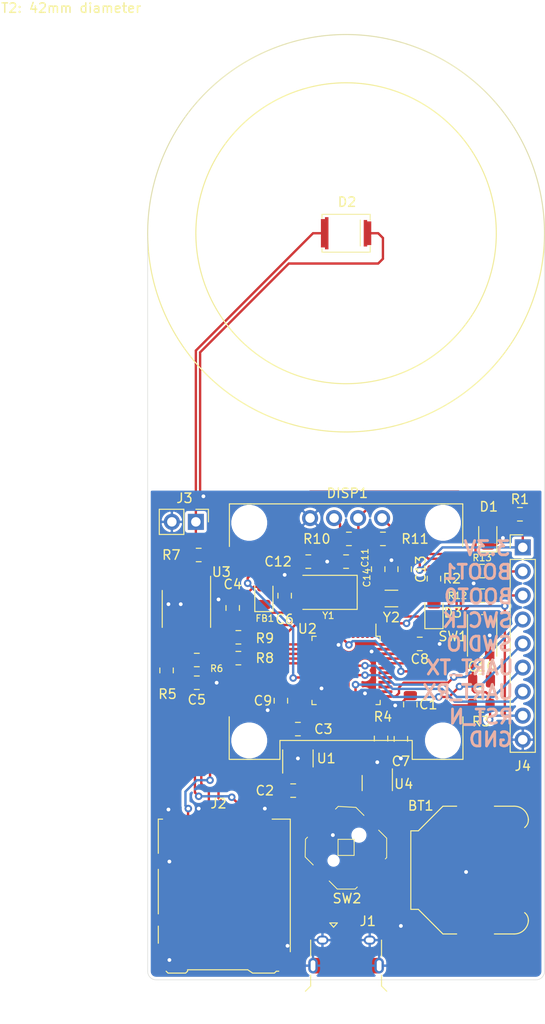
<source format=kicad_pcb>
(kicad_pcb (version 20171130) (host pcbnew "(5.1.5-0-10_14)")
  (layers (0 F.Cu signal) (31 B.Cu signal) (34 B.Paste user) (35 F.Paste user) (36 B.SilkS user) (37 F.SilkS user) (38 B.Mask user) (39 F.Mask user) (44 Edge.Cuts user))
  (net 0 "")
  (net 1 GND)
  (net 2 "Net-(BT1-Pad1)")
  (net 3 +3V3)
  (net 4 "Net-(C5-Pad1)")
  (net 5 /VDDA)
  (net 6 /RESET_N)
  (net 7 "Net-(C11-Pad2)")
  (net 8 "Net-(C12-Pad2)")
  (net 9 "Net-(C13-Pad2)")
  (net 10 "Net-(C14-Pad2)")
  (net 11 "Net-(D1-Pad2)")
  (net 12 "Net-(D2-Pad1)")
  (net 13 "Net-(D3-Pad2)")
  (net 14 /USER_LED)
  (net 15 /USB_D_N)
  (net 16 /USB_D_P)
  (net 17 "Net-(J1-Pad4)")
  (net 18 "Net-(J2-Pad10)")
  (net 19 "Net-(J2-Pad7)")
  (net 20 "Net-(J2-Pad5)")
  (net 21 "Net-(J2-Pad3)")
  (net 22 "Net-(J2-Pad2)")
  (net 23 "Net-(J2-Pad1)")
  (net 24 "Net-(J2-Pad8)")
  (net 25 /UART_RX)
  (net 26 /UART_TX)
  (net 27 /SWDIO)
  (net 28 /SWCLK)
  (net 29 /BOOT0)
  (net 30 /BOOT1)
  (net 31 "Net-(R5-Pad2)")
  (net 32 "Net-(R6-Pad2)")
  (net 33 /PAR_MEAS)
  (net 34 /GAIN_0)
  (net 35 /GAIN_1)
  (net 36 "Net-(U2-Pad38)")
  (net 37 "Net-(U2-Pad22)")
  (net 38 "Net-(U2-Pad21)")
  (net 39 "Net-(U2-Pad19)")
  (net 40 "Net-(U1-Pad4)")
  (net 41 "Net-(U2-Pad43)")
  (net 42 "Net-(U2-Pad42)")
  (net 43 "Net-(U2-Pad41)")
  (net 44 "Net-(U2-Pad40)")
  (net 45 "Net-(U2-Pad39)")
  (net 46 "Net-(U2-Pad18)")
  (net 47 /I2C_SCK)
  (net 48 /I2C_SDA)
  (net 49 /BUTTON_UP)
  (net 50 /BUTTON_LEFT)
  (net 51 /BUTTON_CENTER)
  (net 52 /BUTTON_RIGHT)
  (net 53 /BUTTON_DOWN)
  (net 54 /+5V)
  (net 55 "Net-(U4-Pad5)")
  (net 56 /USB_D_ESD_P)
  (net 57 /USB_D_ESD_N)
  (module Package_SO:TSOP-6_1.65x3.05mm_P0.95mm (layer F.Cu) (at 103.3 158.1 270)
    (fp_text reference U4 (at 0.1 -2.8 180) (layer F.SilkS))
    (fp_text value IP4234CZ6)
    (pad 6 smd rect (at 1.16 -0.95 270) (size 0.7 0.51) (layers F.Cu F.Paste F.Mask) (net 57 /USB_D_ESD_N))
    (pad 5 smd rect (at 1.16 0 270) (size 0.7 0.51) (layers F.Cu F.Paste F.Mask) (net 55 "Net-(U4-Pad5)"))
    (pad 4 smd rect (at 1.16 0.95 270) (size 0.7 0.51) (layers F.Cu F.Paste F.Mask) (net 15 /USB_D_N))
    (pad 3 smd rect (at -1.16 0.95 270) (size 0.7 0.51) (layers F.Cu F.Paste F.Mask) (net 16 /USB_D_P))
    (pad 2 smd rect (at -1.16 0 270) (size 0.7 0.51) (layers F.Cu F.Paste F.Mask) (net 1 GND))
    (pad 1 smd rect (at -1.16 -0.95 270) (size 0.7 0.51) (layers F.Cu F.Paste F.Mask) (net 56 /USB_D_ESD_P))
  )
  (module PARmeter:Generic_OLED_Display_0.96 (layer F.Cu) (at 100 142.1)
    (fp_text reference DISP1 (at 0.135 -14.63) (layer F.SilkS))
    (fp_text value GENERIC_OLED_I2C)
    (pad 1 thru_hole circle (at -3.81 -12) (size 1.7 1.7) (drill 1) (layers *.Cu *.Mask) (net 1 GND))
    (pad 2 thru_hole circle (at -1.27 -12) (size 1.7 1.7) (drill 1) (layers *.Cu *.Mask) (net 3 +3V3))
    (pad 3 thru_hole circle (at 1.27 -12) (size 1.7 1.7) (drill 1) (layers *.Cu *.Mask) (net 47 /I2C_SCK))
    (pad 4 thru_hole circle (at 3.81 -12) (size 1.7 1.7) (drill 1) (layers *.Cu *.Mask) (net 48 /I2C_SDA))
    (pad "" np_thru_hole circle (at 10.25 -11.5) (size 3.2 3.2) (drill 3.2) (layers *.Cu *.Mask))
    (pad "" np_thru_hole circle (at -10.25 -11.5) (size 3.2 3.2) (drill 3.2) (layers *.Cu *.Mask))
    (pad "" np_thru_hole circle (at 10.25 11.5 180) (size 3.2 3.2) (drill 3.2) (layers *.Cu *.Mask))
    (pad "" np_thru_hole circle (at -10.25 11.5 180) (size 3.2 3.2) (drill 3.2) (layers *.Cu *.Mask))
  )
  (module Connector_PinHeader_2.54mm:PinHeader_1x02_P2.54mm_Vertical (layer F.Cu) (at 84.1 130.5 270)
    (fp_text reference J3 (at -2.5 1.2 180) (layer F.SilkS))
    (fp_text value Conn_01x02)
    (pad 2 thru_hole oval (at 0 2.54 270) (size 1.7 1.7) (drill 1) (layers *.Cu *.Mask) (net 1 GND))
    (pad 1 thru_hole rect (at 0 0 270) (size 1.7 1.7) (drill 1) (layers *.Cu *.Mask) (net 12 "Net-(D2-Pad1)"))
  )
  (module Package_TO_SOT_SMD:SOT-23-5 (layer F.Cu) (at 94.9 155.5 90)
    (fp_text reference U1 (at 0 3 180) (layer F.SilkS))
    (fp_text value AP2112K-3.3)
    (pad 5 smd rect (at 1.1 -0.95 90) (size 1.06 0.65) (layers F.Cu F.Paste F.Mask) (net 3 +3V3))
    (pad 4 smd rect (at 1.1 0.95 90) (size 1.06 0.65) (layers F.Cu F.Paste F.Mask) (net 40 "Net-(U1-Pad4)"))
    (pad 3 smd rect (at -1.1 0.95 90) (size 1.06 0.65) (layers F.Cu F.Paste F.Mask) (net 54 /+5V))
    (pad 2 smd rect (at -1.1 0 90) (size 1.06 0.65) (layers F.Cu F.Paste F.Mask) (net 1 GND))
    (pad 1 smd rect (at -1.1 -0.95 90) (size 1.06 0.65) (layers F.Cu F.Paste F.Mask) (net 54 /+5V))
  )
  (module Battery:BatteryHolder_Keystone_3000_1x12mm (layer F.Cu) (at 113.7 167.3 90)
    (fp_text reference BT1 (at 6.8 -5.8 180) (layer F.SilkS))
    (fp_text value Battery_Cell)
    (pad 2 smd circle (at 0 0 90) (size 10.2 10.2) (layers F.Cu F.Mask) (net 1 GND))
    (pad 1 smd rect (at 7.9 0 90) (size 3.5 3.3) (layers F.Cu F.Paste F.Mask) (net 2 "Net-(BT1-Pad1)"))
    (pad 1 smd rect (at -7.9 0 90) (size 3.5 3.3) (layers F.Cu F.Paste F.Mask) (net 2 "Net-(BT1-Pad1)"))
  )
  (module Crystal:Crystal_SMD_3215-2Pin_3.2x1.5mm (layer F.Cu) (at 104.8 138.6)
    (fp_text reference Y2 (at 0 2) (layer F.SilkS))
    (fp_text value "32.768 kHz")
    (pad 2 smd rect (at -1.25 0) (size 1 1.8) (layers F.Cu F.Paste F.Mask) (net 10 "Net-(C14-Pad2)"))
    (pad 1 smd rect (at 1.25 0) (size 1 1.8) (layers F.Cu F.Paste F.Mask) (net 9 "Net-(C13-Pad2)"))
  )
  (module Crystal:Crystal_SMD_5032-2Pin_5.0x3.2mm (layer F.Cu) (at 98.125 137.95 180)
    (fp_text reference Y1 (at 0 -2.45) (layer F.SilkS) (effects (font (size 0.7 0.7) (thickness 0.12))))
    (fp_text value 8MHz)
    (pad 2 smd rect (at 1.85 0 180) (size 2 2.4) (layers F.Cu F.Paste F.Mask) (net 8 "Net-(C12-Pad2)"))
    (pad 1 smd rect (at -1.85 0 180) (size 2 2.4) (layers F.Cu F.Paste F.Mask) (net 7 "Net-(C11-Pad2)"))
  )
  (module Package_SO:SOIC-8_3.9x4.9mm_P1.27mm (layer F.Cu) (at 83.1 139.7 270)
    (fp_text reference U3 (at -3.9 -3.7 180) (layer F.SilkS))
    (fp_text value MCP6002-xSN)
    (pad 8 smd roundrect (at 2.475 -1.905 270) (size 1.95 0.6) (layers F.Cu F.Paste F.Mask) (net 3 +3V3))
    (pad 7 smd roundrect (at 2.475 -0.635 270) (size 1.95 0.6) (layers F.Cu F.Paste F.Mask) (net 33 /PAR_MEAS))
    (pad 6 smd roundrect (at 2.475 0.635 270) (size 1.95 0.6) (layers F.Cu F.Paste F.Mask) (net 32 "Net-(R6-Pad2)"))
    (pad 5 smd roundrect (at 2.475 1.905 270) (size 1.95 0.6) (layers F.Cu F.Paste F.Mask) (net 4 "Net-(C5-Pad1)"))
    (pad 4 smd roundrect (at -2.475 1.905 270) (size 1.95 0.6) (layers F.Cu F.Paste F.Mask) (net 1 GND))
    (pad 3 smd roundrect (at -2.475 0.635 270) (size 1.95 0.6) (layers F.Cu F.Paste F.Mask) (net 1 GND))
    (pad 2 smd roundrect (at -2.475 -0.635 270) (size 1.95 0.6) (layers F.Cu F.Paste F.Mask) (net 12 "Net-(D2-Pad1)"))
    (pad 1 smd roundrect (at -2.475 -1.905 270) (size 1.95 0.6) (layers F.Cu F.Paste F.Mask) (net 31 "Net-(R5-Pad2)"))
  )
  (module Package_QFP:LQFP-48_7x7mm_P0.5mm (layer F.Cu) (at 100 146.2 270)
    (fp_text reference U2 (at -4.4 4.1 180) (layer F.SilkS))
    (fp_text value STM32F103C8Tx)
    (pad 48 smd roundrect (at -2.75 -4.1625 270) (size 0.3 1.475) (layers F.Cu F.Paste F.Mask) (net 3 +3V3))
    (pad 47 smd roundrect (at -2.25 -4.1625 270) (size 0.3 1.475) (layers F.Cu F.Paste F.Mask) (net 1 GND))
    (pad 46 smd roundrect (at -1.75 -4.1625 270) (size 0.3 1.475) (layers F.Cu F.Paste F.Mask) (net 48 /I2C_SDA))
    (pad 45 smd roundrect (at -1.25 -4.1625 270) (size 0.3 1.475) (layers F.Cu F.Paste F.Mask) (net 47 /I2C_SCK))
    (pad 44 smd roundrect (at -0.75 -4.1625 270) (size 0.3 1.475) (layers F.Cu F.Paste F.Mask) (net 29 /BOOT0))
    (pad 43 smd roundrect (at -0.25 -4.1625 270) (size 0.3 1.475) (layers F.Cu F.Paste F.Mask) (net 41 "Net-(U2-Pad43)"))
    (pad 42 smd roundrect (at 0.25 -4.1625 270) (size 0.3 1.475) (layers F.Cu F.Paste F.Mask) (net 42 "Net-(U2-Pad42)"))
    (pad 41 smd roundrect (at 0.75 -4.1625 270) (size 0.3 1.475) (layers F.Cu F.Paste F.Mask) (net 43 "Net-(U2-Pad41)"))
    (pad 40 smd roundrect (at 1.25 -4.1625 270) (size 0.3 1.475) (layers F.Cu F.Paste F.Mask) (net 44 "Net-(U2-Pad40)"))
    (pad 39 smd roundrect (at 1.75 -4.1625 270) (size 0.3 1.475) (layers F.Cu F.Paste F.Mask) (net 45 "Net-(U2-Pad39)"))
    (pad 38 smd roundrect (at 2.25 -4.1625 270) (size 0.3 1.475) (layers F.Cu F.Paste F.Mask) (net 36 "Net-(U2-Pad38)"))
    (pad 37 smd roundrect (at 2.75 -4.1625 270) (size 0.3 1.475) (layers F.Cu F.Paste F.Mask) (net 28 /SWCLK))
    (pad 36 smd roundrect (at 4.1625 -2.75 270) (size 1.475 0.3) (layers F.Cu F.Paste F.Mask) (net 3 +3V3))
    (pad 35 smd roundrect (at 4.1625 -2.25 270) (size 1.475 0.3) (layers F.Cu F.Paste F.Mask) (net 1 GND))
    (pad 34 smd roundrect (at 4.1625 -1.75 270) (size 1.475 0.3) (layers F.Cu F.Paste F.Mask) (net 27 /SWDIO))
    (pad 33 smd roundrect (at 4.1625 -1.25 270) (size 1.475 0.3) (layers F.Cu F.Paste F.Mask) (net 16 /USB_D_P))
    (pad 32 smd roundrect (at 4.1625 -0.75 270) (size 1.475 0.3) (layers F.Cu F.Paste F.Mask) (net 15 /USB_D_N))
    (pad 31 smd roundrect (at 4.1625 -0.25 270) (size 1.475 0.3) (layers F.Cu F.Paste F.Mask) (net 25 /UART_RX))
    (pad 30 smd roundrect (at 4.1625 0.25 270) (size 1.475 0.3) (layers F.Cu F.Paste F.Mask) (net 26 /UART_TX))
    (pad 29 smd roundrect (at 4.1625 0.75 270) (size 1.475 0.3) (layers F.Cu F.Paste F.Mask) (net 53 /BUTTON_DOWN))
    (pad 28 smd roundrect (at 4.1625 1.25 270) (size 1.475 0.3) (layers F.Cu F.Paste F.Mask) (net 52 /BUTTON_RIGHT))
    (pad 27 smd roundrect (at 4.1625 1.75 270) (size 1.475 0.3) (layers F.Cu F.Paste F.Mask) (net 49 /BUTTON_UP))
    (pad 26 smd roundrect (at 4.1625 2.25 270) (size 1.475 0.3) (layers F.Cu F.Paste F.Mask) (net 51 /BUTTON_CENTER))
    (pad 25 smd roundrect (at 4.1625 2.75 270) (size 1.475 0.3) (layers F.Cu F.Paste F.Mask) (net 50 /BUTTON_LEFT))
    (pad 24 smd roundrect (at 2.75 4.1625 270) (size 0.3 1.475) (layers F.Cu F.Paste F.Mask) (net 3 +3V3))
    (pad 23 smd roundrect (at 2.25 4.1625 270) (size 0.3 1.475) (layers F.Cu F.Paste F.Mask) (net 1 GND))
    (pad 22 smd roundrect (at 1.75 4.1625 270) (size 0.3 1.475) (layers F.Cu F.Paste F.Mask) (net 37 "Net-(U2-Pad22)"))
    (pad 21 smd roundrect (at 1.25 4.1625 270) (size 0.3 1.475) (layers F.Cu F.Paste F.Mask) (net 38 "Net-(U2-Pad21)"))
    (pad 20 smd roundrect (at 0.75 4.1625 270) (size 0.3 1.475) (layers F.Cu F.Paste F.Mask) (net 30 /BOOT1))
    (pad 19 smd roundrect (at 0.25 4.1625 270) (size 0.3 1.475) (layers F.Cu F.Paste F.Mask) (net 39 "Net-(U2-Pad19)"))
    (pad 18 smd roundrect (at -0.25 4.1625 270) (size 0.3 1.475) (layers F.Cu F.Paste F.Mask) (net 46 "Net-(U2-Pad18)"))
    (pad 17 smd roundrect (at -0.75 4.1625 270) (size 0.3 1.475) (layers F.Cu F.Paste F.Mask) (net 21 "Net-(J2-Pad3)"))
    (pad 16 smd roundrect (at -1.25 4.1625 270) (size 0.3 1.475) (layers F.Cu F.Paste F.Mask) (net 19 "Net-(J2-Pad7)"))
    (pad 15 smd roundrect (at -1.75 4.1625 270) (size 0.3 1.475) (layers F.Cu F.Paste F.Mask) (net 20 "Net-(J2-Pad5)"))
    (pad 14 smd roundrect (at -2.25 4.1625 270) (size 0.3 1.475) (layers F.Cu F.Paste F.Mask) (net 22 "Net-(J2-Pad2)"))
    (pad 13 smd roundrect (at -2.75 4.1625 270) (size 0.3 1.475) (layers F.Cu F.Paste F.Mask) (net 34 /GAIN_0))
    (pad 12 smd roundrect (at -4.1625 2.75 270) (size 1.475 0.3) (layers F.Cu F.Paste F.Mask) (net 35 /GAIN_1))
    (pad 11 smd roundrect (at -4.1625 2.25 270) (size 1.475 0.3) (layers F.Cu F.Paste F.Mask) (net 35 /GAIN_1))
    (pad 10 smd roundrect (at -4.1625 1.75 270) (size 1.475 0.3) (layers F.Cu F.Paste F.Mask) (net 33 /PAR_MEAS))
    (pad 9 smd roundrect (at -4.1625 1.25 270) (size 1.475 0.3) (layers F.Cu F.Paste F.Mask) (net 5 /VDDA))
    (pad 8 smd roundrect (at -4.1625 0.75 270) (size 1.475 0.3) (layers F.Cu F.Paste F.Mask) (net 1 GND))
    (pad 7 smd roundrect (at -4.1625 0.25 270) (size 1.475 0.3) (layers F.Cu F.Paste F.Mask) (net 6 /RESET_N))
    (pad 6 smd roundrect (at -4.1625 -0.25 270) (size 1.475 0.3) (layers F.Cu F.Paste F.Mask) (net 8 "Net-(C12-Pad2)"))
    (pad 5 smd roundrect (at -4.1625 -0.75 270) (size 1.475 0.3) (layers F.Cu F.Paste F.Mask) (net 7 "Net-(C11-Pad2)"))
    (pad 4 smd roundrect (at -4.1625 -1.25 270) (size 1.475 0.3) (layers F.Cu F.Paste F.Mask) (net 10 "Net-(C14-Pad2)"))
    (pad 3 smd roundrect (at -4.1625 -1.75 270) (size 1.475 0.3) (layers F.Cu F.Paste F.Mask) (net 9 "Net-(C13-Pad2)"))
    (pad 2 smd roundrect (at -4.1625 -2.25 270) (size 1.475 0.3) (layers F.Cu F.Paste F.Mask) (net 14 /USER_LED))
    (pad 1 smd roundrect (at -4.1625 -2.75 270) (size 1.475 0.3) (layers F.Cu F.Paste F.Mask) (net 2 "Net-(BT1-Pad1)"))
  )
  (module PARmeter:HRO_K1-520XUA-XX (layer F.Cu) (at 100 164.9)
    (fp_text reference SW2 (at 0.1 5.4) (layer F.SilkS))
    (fp_text value HRO_K1-520XUA-XX)
    (pad "" smd rect (at -2.846105 2.916815 315) (size 2 1.8) (layers F.Cu F.Paste F.Mask))
    (pad "" smd rect (at 2.881459 -2.810749 315) (size 2 1.8) (layers F.Cu F.Paste F.Mask))
    (pad 1 smd rect (at 1.36118 3.376435 315) (size 1.4 1.1) (layers F.Cu F.Paste F.Mask) (net 49 /BUTTON_UP))
    (pad 3 smd rect (at 3.341079 1.396536 315) (size 1.4 1.1) (layers F.Cu F.Paste F.Mask) (net 50 /BUTTON_LEFT))
    (pad 2 smd rect (at 2.351129 2.386485 315) (size 1.4 1.1) (layers F.Cu F.Paste F.Mask) (net 51 /BUTTON_CENTER))
    (pad 4 smd rect (at -3.305725 -1.29047 315) (size 1.4 1.1) (layers F.Cu F.Paste F.Mask) (net 52 /BUTTON_RIGHT))
    (pad 6 smd rect (at -1.325826 -3.270369 315) (size 1.4 1.1) (layers F.Cu F.Paste F.Mask) (net 53 /BUTTON_DOWN))
    (pad "" np_thru_hole circle (at -1.325826 1.396536) (size 0.7 0.7) (drill 0.7) (layers *.Cu *.Mask))
    (pad "" np_thru_hole circle (at 1.36118 -1.29047) (size 1 1) (drill 1) (layers *.Cu *.Mask))
    (pad 5 smd rect (at -2.315775 -2.280419 315) (size 1.4 1.1) (layers F.Cu F.Paste F.Mask) (net 1 GND))
  )
  (module Button_Switch_SMD:SW_Push_1P1T_NO_CK_KMR2 (layer F.Cu) (at 114.4 142.5 90)
    (fp_text reference SW1 (at -0.1 -3.1 180) (layer F.SilkS))
    (fp_text value KMR2)
    (pad 2 smd rect (at 2.05 0.8 90) (size 0.9 1) (layers F.Cu F.Paste F.Mask) (net 1 GND))
    (pad 1 smd rect (at 2.05 -0.8 90) (size 0.9 1) (layers F.Cu F.Paste F.Mask) (net 6 /RESET_N))
    (pad 2 smd rect (at -2.05 0.8 90) (size 0.9 1) (layers F.Cu F.Paste F.Mask) (net 1 GND))
    (pad 1 smd rect (at -2.05 -0.8 90) (size 0.9 1) (layers F.Cu F.Paste F.Mask) (net 6 /RESET_N))
  )
  (module Resistor_SMD:R_0805_2012Metric (layer F.Cu) (at 114.4 135.7 180)
    (fp_text reference R13 (at 0 1.4) (layer F.SilkS) (effects (font (size 0.7 0.7) (thickness 0.12))))
    (fp_text value 10k)
    (pad 2 smd roundrect (at 0.9375 0 180) (size 0.975 1.4) (layers F.Cu F.Paste F.Mask) (net 1 GND))
    (pad 1 smd roundrect (at -0.9375 0 180) (size 0.975 1.4) (layers F.Cu F.Paste F.Mask) (net 30 /BOOT1))
  )
  (module Resistor_SMD:R_0805_2012Metric (layer F.Cu) (at 114.4 138.3 180)
    (fp_text reference R12 (at 2.6 0) (layer F.SilkS) (effects (font (size 0.7 0.7) (thickness 0.12))))
    (fp_text value 10k)
    (pad 2 smd roundrect (at 0.9375 0 180) (size 0.975 1.4) (layers F.Cu F.Paste F.Mask) (net 1 GND))
    (pad 1 smd roundrect (at -0.9375 0 180) (size 0.975 1.4) (layers F.Cu F.Paste F.Mask) (net 29 /BOOT0))
  )
  (module Resistor_SMD:R_0805_2012Metric (layer F.Cu) (at 103.9 132.3 180)
    (fp_text reference R11 (at -3.4 0) (layer F.SilkS))
    (fp_text value 1.5k)
    (pad 2 smd roundrect (at 0.9375 0 180) (size 0.975 1.4) (layers F.Cu F.Paste F.Mask) (net 3 +3V3))
    (pad 1 smd roundrect (at -0.9375 0 180) (size 0.975 1.4) (layers F.Cu F.Paste F.Mask) (net 48 /I2C_SDA))
  )
  (module Resistor_SMD:R_0805_2012Metric (layer F.Cu) (at 100.3 132.3 180)
    (fp_text reference R10 (at 3.4 0) (layer F.SilkS))
    (fp_text value 1.5k)
    (pad 2 smd roundrect (at 0.9375 0 180) (size 0.975 1.4) (layers F.Cu F.Paste F.Mask) (net 3 +3V3))
    (pad 1 smd roundrect (at -0.9375 0 180) (size 0.975 1.4) (layers F.Cu F.Paste F.Mask) (net 47 /I2C_SCK))
  )
  (module Resistor_SMD:R_0805_2012Metric (layer F.Cu) (at 88.6 142.7)
    (fp_text reference R9 (at 2.8 0.1) (layer F.SilkS))
    (fp_text value 1k)
    (pad 2 smd roundrect (at 0.9375 0) (size 0.975 1.4) (layers F.Cu F.Paste F.Mask) (net 35 /GAIN_1))
    (pad 1 smd roundrect (at -0.9375 0) (size 0.975 1.4) (layers F.Cu F.Paste F.Mask) (net 32 "Net-(R6-Pad2)"))
  )
  (module Resistor_SMD:R_0805_2012Metric (layer F.Cu) (at 88.6 144.9)
    (fp_text reference R8 (at 2.8 0) (layer F.SilkS))
    (fp_text value 100k)
    (pad 2 smd roundrect (at 0.9375 0) (size 0.975 1.4) (layers F.Cu F.Paste F.Mask) (net 34 /GAIN_0))
    (pad 1 smd roundrect (at -0.9375 0) (size 0.975 1.4) (layers F.Cu F.Paste F.Mask) (net 32 "Net-(R6-Pad2)"))
  )
  (module Resistor_SMD:R_0805_2012Metric (layer F.Cu) (at 84.4 134 180)
    (fp_text reference R7 (at 2.9 0) (layer F.SilkS))
    (fp_text value 100)
    (pad 2 smd roundrect (at 0.9375 0 180) (size 0.975 1.4) (layers F.Cu F.Paste F.Mask) (net 12 "Net-(D2-Pad1)"))
    (pad 1 smd roundrect (at -0.9375 0 180) (size 0.975 1.4) (layers F.Cu F.Paste F.Mask) (net 31 "Net-(R5-Pad2)"))
  )
  (module Resistor_SMD:R_0805_2012Metric (layer F.Cu) (at 84.2 145.1 180)
    (fp_text reference R6 (at -2.1 -0.9) (layer F.SilkS) (effects (font (size 0.7 0.7) (thickness 0.12))))
    (fp_text value 220k)
    (pad 2 smd roundrect (at 0.9375 0 180) (size 0.975 1.4) (layers F.Cu F.Paste F.Mask) (net 32 "Net-(R6-Pad2)"))
    (pad 1 smd roundrect (at -0.9375 0 180) (size 0.975 1.4) (layers F.Cu F.Paste F.Mask) (net 33 /PAR_MEAS))
  )
  (module Resistor_SMD:R_0805_2012Metric (layer F.Cu) (at 81 146.2 90)
    (fp_text reference R5 (at -2.5 0.1 180) (layer F.SilkS))
    (fp_text value 100k)
    (pad 2 smd roundrect (at 0.9375 0 90) (size 0.975 1.4) (layers F.Cu F.Paste F.Mask) (net 31 "Net-(R5-Pad2)"))
    (pad 1 smd roundrect (at -0.9375 0 90) (size 0.975 1.4) (layers F.Cu F.Paste F.Mask) (net 4 "Net-(C5-Pad1)"))
  )
  (module Resistor_SMD:R_0805_2012Metric (layer F.Cu) (at 103.7 153.4 90)
    (fp_text reference R4 (at 2.3 0.2 180) (layer F.SilkS))
    (fp_text value 1.5k)
    (pad 2 smd roundrect (at 0.9375 0 90) (size 0.975 1.4) (layers F.Cu F.Paste F.Mask) (net 3 +3V3))
    (pad 1 smd roundrect (at -0.9375 0 90) (size 0.975 1.4) (layers F.Cu F.Paste F.Mask) (net 16 /USB_D_P))
  )
  (module Resistor_SMD:R_0805_2012Metric (layer F.Cu) (at 114.3 149.9)
    (fp_text reference R3 (at 0 1.7) (layer F.SilkS))
    (fp_text value 10k)
    (pad 2 smd roundrect (at 0.9375 0) (size 0.975 1.4) (layers F.Cu F.Paste F.Mask) (net 6 /RESET_N))
    (pad 1 smd roundrect (at -0.9375 0) (size 0.975 1.4) (layers F.Cu F.Paste F.Mask) (net 3 +3V3))
  )
  (module Resistor_SMD:R_0805_2012Metric (layer F.Cu) (at 109.3 136.5 270)
    (fp_text reference R2 (at 0 -1.9 180) (layer F.SilkS))
    (fp_text value 1.5k)
    (pad 2 smd roundrect (at 0.9375 0 270) (size 0.975 1.4) (layers F.Cu F.Paste F.Mask) (net 13 "Net-(D3-Pad2)"))
    (pad 1 smd roundrect (at -0.9375 0 270) (size 0.975 1.4) (layers F.Cu F.Paste F.Mask) (net 3 +3V3))
  )
  (module Resistor_SMD:R_0805_2012Metric (layer F.Cu) (at 118.4 129.7 180)
    (fp_text reference R1 (at 0 1.6) (layer F.SilkS))
    (fp_text value 1.5k)
    (pad 2 smd roundrect (at 0.9375 0 180) (size 0.975 1.4) (layers F.Cu F.Paste F.Mask) (net 11 "Net-(D1-Pad2)"))
    (pad 1 smd roundrect (at -0.9375 0 180) (size 0.975 1.4) (layers F.Cu F.Paste F.Mask) (net 3 +3V3))
  )
  (module Connector_PinHeader_2.54mm:PinHeader_1x09_P2.54mm_Vertical (layer F.Cu) (at 118.7 133.2)
    (fp_text reference J4 (at 0 23.1) (layer F.SilkS))
    (fp_text value Conn_01x09)
    (pad 9 thru_hole oval (at 0 20.32) (size 1.7 1.7) (drill 1) (layers *.Cu *.Mask) (net 1 GND))
    (pad 8 thru_hole oval (at 0 17.78) (size 1.7 1.7) (drill 1) (layers *.Cu *.Mask) (net 6 /RESET_N))
    (pad 7 thru_hole oval (at 0 15.24) (size 1.7 1.7) (drill 1) (layers *.Cu *.Mask) (net 25 /UART_RX))
    (pad 6 thru_hole oval (at 0 12.7) (size 1.7 1.7) (drill 1) (layers *.Cu *.Mask) (net 26 /UART_TX))
    (pad 5 thru_hole oval (at 0 10.16) (size 1.7 1.7) (drill 1) (layers *.Cu *.Mask) (net 27 /SWDIO))
    (pad 4 thru_hole oval (at 0 7.62) (size 1.7 1.7) (drill 1) (layers *.Cu *.Mask) (net 28 /SWCLK))
    (pad 3 thru_hole oval (at 0 5.08) (size 1.7 1.7) (drill 1) (layers *.Cu *.Mask) (net 29 /BOOT0))
    (pad 2 thru_hole oval (at 0 2.54) (size 1.7 1.7) (drill 1) (layers *.Cu *.Mask) (net 30 /BOOT1))
    (pad 1 thru_hole rect (at 0 0) (size 1.7 1.7) (drill 1) (layers *.Cu *.Mask) (net 3 +3V3))
  )
  (module Connector_Card:microSD_HC_Hirose_DM3AT-SF-PEJM5 (layer F.Cu) (at 87.1 169.8)
    (fp_text reference J2 (at -0.6 -9.525) (layer F.SilkS))
    (fp_text value Micro_SD_Card_Det_Hirose_DM3AT)
    (pad 11 smd rect (at 6.675 7.375) (size 1.3 1.9) (layers F.Cu F.Paste F.Mask) (net 1 GND))
    (pad 11 smd rect (at -6.825 6.925) (size 1 2.8) (layers F.Cu F.Paste F.Mask) (net 1 GND))
    (pad 10 smd rect (at -6.825 2.775) (size 1 0.8) (layers F.Cu F.Paste F.Mask) (net 18 "Net-(J2-Pad10)"))
    (pad 11 smd rect (at -6.825 -3.425) (size 1 1.2) (layers F.Cu F.Paste F.Mask) (net 1 GND))
    (pad 11 smd rect (at 4.325 -7.725) (size 1 1.2) (layers F.Cu F.Paste F.Mask) (net 1 GND))
    (pad 7 smd rect (at -3.825 -7.725) (size 0.7 1.2) (layers F.Cu F.Paste F.Mask) (net 19 "Net-(J2-Pad7)"))
    (pad 6 smd rect (at -2.725 -7.725) (size 0.7 1.2) (layers F.Cu F.Paste F.Mask) (net 1 GND))
    (pad 5 smd rect (at -1.625 -7.725) (size 0.7 1.2) (layers F.Cu F.Paste F.Mask) (net 20 "Net-(J2-Pad5)"))
    (pad 4 smd rect (at -0.525 -7.725) (size 0.7 1.2) (layers F.Cu F.Paste F.Mask) (net 3 +3V3))
    (pad 3 smd rect (at 0.575 -7.725) (size 0.7 1.2) (layers F.Cu F.Paste F.Mask) (net 21 "Net-(J2-Pad3)"))
    (pad 2 smd rect (at 1.675 -7.725) (size 0.7 1.2) (layers F.Cu F.Paste F.Mask) (net 22 "Net-(J2-Pad2)"))
    (pad 1 smd rect (at 2.775 -7.725) (size 0.7 1.2) (layers F.Cu F.Paste F.Mask) (net 23 "Net-(J2-Pad1)"))
    (pad 8 smd rect (at -4.925 -7.725) (size 0.7 1.2) (layers F.Cu F.Paste F.Mask) (net 24 "Net-(J2-Pad8)"))
    (pad 9 smd rect (at -5.875 -7.725) (size 0.7 1.2) (layers F.Cu F.Paste F.Mask) (net 1 GND))
  )
  (module PARmeter:USB_Micro-B_Amphenol_10118194-0001LF_Horizontal (layer F.Cu) (at 100 177.4)
    (fp_text reference J1 (at 2.3 -4.7) (layer F.SilkS))
    (fp_text value USB_B_Micro)
    (pad 6 thru_hole oval (at -2.5 -2.7) (size 1.25 0.95) (drill oval 0.85 0.55) (layers *.Cu *.Mask) (net 1 GND))
    (pad 6 smd rect (at 1 0) (size 1.5 1.65) (layers F.Cu F.Paste F.Mask) (net 1 GND))
    (pad 6 smd rect (at -1 0) (size 1.5 1.65) (layers F.Cu F.Paste F.Mask) (net 1 GND))
    (pad 6 thru_hole oval (at 3.5 0) (size 1 1.65) (drill oval 0.5 1.16) (layers *.Cu *.Mask) (net 1 GND))
    (pad 6 thru_hole oval (at -3.5 0) (size 1 1.65) (drill oval 0.5 1.15) (layers *.Cu *.Mask) (net 1 GND))
    (pad 6 thru_hole oval (at 2.5 -2.7) (size 1.25 0.95) (drill oval 0.85 0.55) (layers *.Cu *.Mask) (net 1 GND))
    (pad 5 smd rect (at 1.275 -2.7 90) (size 1.65 0.4) (layers F.Cu F.Paste F.Mask) (net 1 GND))
    (pad 4 smd rect (at 0.625 -2.7 90) (size 1.65 0.4) (layers F.Cu F.Paste F.Mask) (net 17 "Net-(J1-Pad4)"))
    (pad 3 smd rect (at -0.025 -2.7 90) (size 1.65 0.4) (layers F.Cu F.Paste F.Mask) (net 56 /USB_D_ESD_P))
    (pad 2 smd rect (at -0.675 -2.7 90) (size 1.65 0.4) (layers F.Cu F.Paste F.Mask) (net 57 /USB_D_ESD_N))
    (pad 1 smd rect (at -1.325 -2.7 90) (size 1.65 0.4) (layers F.Cu F.Paste F.Mask) (net 54 /+5V))
    (pad 6 smd rect (at -2.9 0) (size 1.2 1.65) (layers F.Cu F.Paste F.Mask) (net 1 GND))
    (pad 6 smd rect (at 2.9 0) (size 1.2 1.65) (layers F.Cu F.Paste F.Mask) (net 1 GND))
  )
  (module LED_SMD:LED_0805_2012Metric (layer F.Cu) (at 91.3 138.3 90)
    (fp_text reference FB1 (at -2.4 0.1 180) (layer F.SilkS) (effects (font (size 0.7 0.7) (thickness 0.12))))
    (fp_text value Ferrite_Bead_Small)
    (pad 2 smd roundrect (at 0.9375 0 90) (size 0.975 1.4) (layers F.Cu F.Paste F.Mask) (net 3 +3V3))
    (pad 1 smd roundrect (at -0.9375 0 90) (size 0.975 1.4) (layers F.Cu F.Paste F.Mask) (net 5 /VDDA))
  )
  (module LED_SMD:LED_0805_2012Metric (layer F.Cu) (at 109.3 140.1 90)
    (fp_text reference D3 (at 0 2 180) (layer F.SilkS))
    (fp_text value LED_Y)
    (pad 2 smd roundrect (at 0.9375 0 90) (size 0.975 1.4) (layers F.Cu F.Paste F.Mask) (net 13 "Net-(D3-Pad2)"))
    (pad 1 smd roundrect (at -0.9375 0 90) (size 0.975 1.4) (layers F.Cu F.Paste F.Mask) (net 14 /USER_LED))
  )
  (module PARmeter:OSRAM_SFH2201 (layer F.Cu) (at 100 100)
    (fp_text reference D2 (at 0.1 -3.3) (layer F.SilkS))
    (fp_text value "SFH 2201")
    (pad 2 smd rect (at 2.265 -0.65) (size 0.6 1) (layers F.Cu F.Paste F.Mask) (net 1 GND))
    (pad 2 smd rect (at 2.265 0.65) (size 0.6 1) (layers F.Cu F.Paste F.Mask) (net 1 GND))
    (pad 1 smd rect (at -2.265 -0.65) (size 0.6 1) (layers F.Cu F.Paste F.Mask) (net 12 "Net-(D2-Pad1)"))
    (pad 1 smd rect (at -2.265 0.65) (size 0.6 1) (layers F.Cu F.Paste F.Mask) (net 12 "Net-(D2-Pad1)"))
    (pad 2 smd rect (at 2.45 0) (size 0.43 2.5) (layers F.Cu F.Mask) (net 1 GND))
    (pad 2 smd rect (at 2.05 0) (size 0.37 2.8) (layers F.Cu F.Mask) (net 1 GND))
    (pad 1 smd rect (at -2.05 0) (size 0.37 3.4) (layers F.Cu F.Mask) (net 12 "Net-(D2-Pad1)"))
    (pad 1 smd rect (at -2.45 0) (size 0.43 3) (layers F.Cu F.Mask) (net 12 "Net-(D2-Pad1)"))
  )
  (module LED_SMD:LED_0805_2012Metric (layer F.Cu) (at 115 132 90)
    (fp_text reference D1 (at 3.1 0.1 180) (layer F.SilkS))
    (fp_text value LED_G)
    (pad 2 smd roundrect (at 0.9375 0 90) (size 0.975 1.4) (layers F.Cu F.Paste F.Mask) (net 11 "Net-(D1-Pad2)"))
    (pad 1 smd roundrect (at -0.9375 0 90) (size 0.975 1.4) (layers F.Cu F.Paste F.Mask) (net 1 GND))
  )
  (module Capacitor_SMD:C_0805_2012Metric (layer F.Cu) (at 103.4 135.5 270)
    (fp_text reference C14 (at 0.9 1.2 90) (layer F.SilkS) (effects (font (size 0.7 0.7) (thickness 0.12))))
    (fp_text value 20pF)
    (pad 2 smd roundrect (at 0.9375 0 270) (size 0.975 1.4) (layers F.Cu F.Paste F.Mask) (net 10 "Net-(C14-Pad2)"))
    (pad 1 smd roundrect (at -0.9375 0 270) (size 0.975 1.4) (layers F.Cu F.Paste F.Mask) (net 1 GND))
  )
  (module Capacitor_SMD:C_0805_2012Metric (layer F.Cu) (at 106.2 135.5 270)
    (fp_text reference C13 (at 0 -1.7 270) (layer F.SilkS))
    (fp_text value 20pF)
    (pad 2 smd roundrect (at 0.9375 0 270) (size 0.975 1.4) (layers F.Cu F.Paste F.Mask) (net 9 "Net-(C13-Pad2)"))
    (pad 1 smd roundrect (at -0.9375 0 270) (size 0.975 1.4) (layers F.Cu F.Paste F.Mask) (net 1 GND))
  )
  (module Capacitor_SMD:C_0805_2012Metric (layer F.Cu) (at 96 134.7 180)
    (fp_text reference C12 (at 3.2 0 180) (layer F.SilkS))
    (fp_text value 20pF)
    (pad 2 smd roundrect (at 0.9375 0 180) (size 0.975 1.4) (layers F.Cu F.Paste F.Mask) (net 8 "Net-(C12-Pad2)"))
    (pad 1 smd roundrect (at -0.9375 0 180) (size 0.975 1.4) (layers F.Cu F.Paste F.Mask) (net 1 GND))
  )
  (module Capacitor_SMD:C_0805_2012Metric (layer F.Cu) (at 100 134.7)
    (fp_text reference C11 (at 2 -0.4 90) (layer F.SilkS) (effects (font (size 0.7 0.7) (thickness 0.12))))
    (fp_text value 20pF)
    (pad 2 smd roundrect (at 0.9375 0) (size 0.975 1.4) (layers F.Cu F.Paste F.Mask) (net 7 "Net-(C11-Pad2)"))
    (pad 1 smd roundrect (at -0.9375 0) (size 0.975 1.4) (layers F.Cu F.Paste F.Mask) (net 1 GND))
  )
  (module Capacitor_SMD:C_0805_2012Metric (layer F.Cu) (at 114.3375 147.3)
    (fp_text reference C10 (at 0 -1.5) (layer F.SilkS))
    (fp_text value 0.1uF)
    (pad 2 smd roundrect (at 0.9375 0) (size 0.975 1.4) (layers F.Cu F.Paste F.Mask) (net 1 GND))
    (pad 1 smd roundrect (at -0.9375 0) (size 0.975 1.4) (layers F.Cu F.Paste F.Mask) (net 6 /RESET_N))
  )
  (module Capacitor_SMD:C_0805_2012Metric (layer F.Cu) (at 93.1 149.4 270)
    (fp_text reference C9 (at 0 1.9 180) (layer F.SilkS))
    (fp_text value 0.1uF)
    (pad 2 smd roundrect (at 0.9375 0 270) (size 0.975 1.4) (layers F.Cu F.Paste F.Mask) (net 1 GND))
    (pad 1 smd roundrect (at -0.9375 0 270) (size 0.975 1.4) (layers F.Cu F.Paste F.Mask) (net 3 +3V3))
  )
  (module Capacitor_SMD:C_0805_2012Metric (layer F.Cu) (at 107.8 143.4)
    (fp_text reference C8 (at 0 1.6) (layer F.SilkS))
    (fp_text value 0.1uF)
    (pad 2 smd roundrect (at 0.9375 0) (size 0.975 1.4) (layers F.Cu F.Paste F.Mask) (net 1 GND))
    (pad 1 smd roundrect (at -0.9375 0) (size 0.975 1.4) (layers F.Cu F.Paste F.Mask) (net 3 +3V3))
  )
  (module Capacitor_SMD:C_0805_2012Metric (layer F.Cu) (at 105.8 153.4375 270)
    (fp_text reference C7 (at 2.3625 0 180) (layer F.SilkS))
    (fp_text value 0.1uF)
    (pad 2 smd roundrect (at 0.9375 0 270) (size 0.975 1.4) (layers F.Cu F.Paste F.Mask) (net 1 GND))
    (pad 1 smd roundrect (at -0.9375 0 270) (size 0.975 1.4) (layers F.Cu F.Paste F.Mask) (net 3 +3V3))
  )
  (module Capacitor_SMD:C_0805_2012Metric (layer F.Cu) (at 93.5 138.3 90)
    (fp_text reference C6 (at -2.5 0 180) (layer F.SilkS))
    (fp_text value 1uF)
    (pad 2 smd roundrect (at 0.9375 0 90) (size 0.975 1.4) (layers F.Cu F.Paste F.Mask) (net 1 GND))
    (pad 1 smd roundrect (at -0.9375 0 90) (size 0.975 1.4) (layers F.Cu F.Paste F.Mask) (net 5 /VDDA))
  )
  (module Capacitor_SMD:C_0805_2012Metric (layer F.Cu) (at 84.2 147.5)
    (fp_text reference C5 (at 0 1.8) (layer F.SilkS))
    (fp_text value 1uF)
    (pad 2 smd roundrect (at 0.9375 0) (size 0.975 1.4) (layers F.Cu F.Paste F.Mask) (net 1 GND))
    (pad 1 smd roundrect (at -0.9375 0) (size 0.975 1.4) (layers F.Cu F.Paste F.Mask) (net 4 "Net-(C5-Pad1)"))
  )
  (module Capacitor_SMD:C_0805_2012Metric (layer F.Cu) (at 88 139.6 90)
    (fp_text reference C4 (at 2.5 0 180) (layer F.SilkS))
    (fp_text value 1uF)
    (pad 2 smd roundrect (at 0.9375 0 90) (size 0.975 1.4) (layers F.Cu F.Paste F.Mask) (net 1 GND))
    (pad 1 smd roundrect (at -0.9375 0 90) (size 0.975 1.4) (layers F.Cu F.Paste F.Mask) (net 3 +3V3))
  )
  (module Capacitor_SMD:C_0805_2012Metric (layer F.Cu) (at 94.9 152.4)
    (fp_text reference C3 (at 2.7 0) (layer F.SilkS))
    (fp_text value 1uF)
    (pad 2 smd roundrect (at 0.9375 0) (size 0.975 1.4) (layers F.Cu F.Paste F.Mask) (net 1 GND))
    (pad 1 smd roundrect (at -0.9375 0) (size 0.975 1.4) (layers F.Cu F.Paste F.Mask) (net 3 +3V3))
  )
  (module Capacitor_SMD:C_0805_2012Metric (layer F.Cu) (at 94.4 158.9 180)
    (fp_text reference C2 (at 3 0) (layer F.SilkS))
    (fp_text value 1uF)
    (pad 2 smd roundrect (at 0.9375 0 180) (size 0.975 1.4) (layers F.Cu F.Paste F.Mask) (net 1 GND))
    (pad 1 smd roundrect (at -0.9375 0 180) (size 0.975 1.4) (layers F.Cu F.Paste F.Mask) (net 54 /+5V))
  )
  (module Capacitor_SMD:C_0805_2012Metric (layer F.Cu) (at 106.8 149.8 90)
    (fp_text reference C1 (at 0 1.9 180) (layer F.SilkS))
    (fp_text value 4.7uF)
    (pad 2 smd roundrect (at 0.9375 0 90) (size 0.975 1.4) (layers F.Cu F.Paste F.Mask) (net 1 GND))
    (pad 1 smd roundrect (at -0.9375 0 90) (size 0.975 1.4) (layers F.Cu F.Paste F.Mask) (net 3 +3V3))
  )
  (gr_arc (start 120.1 178) (end 121 178) (angle 90) (layer Edge.Cuts) (width 0.05))
  (gr_arc (start 79.9 178) (end 79 178) (angle -90) (layer Edge.Cuts) (width 0.05))
  (gr_arc (start 100 100) (end 79 100) (angle 180) (layer Edge.Cuts) (width 0.05))
  (gr_line (start 79 178) (end 79 100) (layer Edge.Cuts) (width 0.05))
  (gr_line (start 121 178) (end 121 100) (layer Edge.Cuts) (width 0.05))
  (gr_line (start 79.9 178.9) (end 120.1 178.9) (layer Edge.Cuts) (width 0.05))
  (gr_text GND (at 115.3 153.5) (layer B.SilkS) (effects (font (size 1.5 1.5) (thickness 0.3)) (justify mirror)))
  (gr_text RST_N (at 114.3 151.1) (layer B.SilkS) (effects (font (size 1.5 1.5) (thickness 0.3)) (justify mirror)))
  (gr_text UART_RX (at 112.9 148.5) (layer B.SilkS) (effects (font (size 1.5 1.5) (thickness 0.3)) (justify mirror)))
  (gr_text UART_TX (at 113.1 145.9) (layer B.SilkS) (effects (font (size 1.5 1.5) (thickness 0.3)) (justify mirror)))
  (gr_text SWDIO (at 114.1 143.4) (layer B.SilkS) (effects (font (size 1.5 1.5) (thickness 0.3)) (justify mirror)))
  (gr_text SWCLK (at 113.9 140.9) (layer B.SilkS) (effects (font (size 1.5 1.5) (thickness 0.3)) (justify mirror)))
  (gr_text "BOOT0\n" (at 114 138.4) (layer B.SilkS) (effects (font (size 1.5 1.5) (thickness 0.3)) (justify mirror)))
  (gr_text BOOT1 (at 113.9 135.8) (layer B.SilkS) (effects (font (size 1.5 1.5) (thickness 0.3)) (justify mirror)))
  (gr_text 3.3V (at 114.9 133.3) (layer B.SilkS) (effects (font (size 1.5 1.5) (thickness 0.3)) (justify mirror)))
  (gr_circle (center 100 100) (end 121 100) (layer F.SilkS) (width 0.12))
  (gr_text "T2: 42mm diameter" (at 70.9 76.2) (layer F.SilkS) (effects (font (size 1 1))))
  (gr_circle (center 100 100) (end 115.9 100) (layer F.SilkS) (width 0.12))
  (via (at 97.4 148.1) (size 0.8) (drill 0.4) (layers F.Cu B.Cu) (net 1))
  (segment (start 97.05 148.45) (end 97.4 148.1) (width 0.25) (layer F.Cu) (net 1))
  (segment (start 95.8375 148.45) (end 97.05 148.45) (width 0.25) (layer F.Cu) (net 1))
  (via (at 99.2 143.5) (size 0.8) (drill 0.4) (layers F.Cu B.Cu) (net 1))
  (segment (start 99.25 143.45) (end 99.2 143.5) (width 0.25) (layer F.Cu) (net 1))
  (segment (start 99.25 142.0375) (end 99.25 143.45) (width 0.25) (layer F.Cu) (net 1))
  (via (at 98 134.7) (size 0.8) (drill 0.4) (layers F.Cu B.Cu) (net 1))
  (segment (start 97.0375 134.7) (end 98 134.7) (width 0.25) (layer F.Cu) (net 1))
  (segment (start 98.9625 134.7) (end 98 134.7) (width 0.25) (layer F.Cu) (net 1))
  (via (at 104.8 134.55) (size 0.8) (drill 0.4) (layers F.Cu B.Cu) (net 1))
  (segment (start 104.7375 134.5625) (end 104.8 134.5) (width 0.25) (layer F.Cu) (net 1))
  (segment (start 103.4 134.5625) (end 104.7375 134.5625) (width 0.25) (layer F.Cu) (net 1))
  (segment (start 104.8625 134.5625) (end 104.8 134.5) (width 0.25) (layer F.Cu) (net 1))
  (segment (start 106.2 134.5625) (end 104.8625 134.5625) (width 0.25) (layer F.Cu) (net 1))
  (via (at 93.5 136.1) (size 0.8) (drill 0.4) (layers F.Cu B.Cu) (net 1))
  (segment (start 93.5 137.3625) (end 93.5 136.1) (width 0.25) (layer F.Cu) (net 1))
  (via (at 81.2 139.2) (size 0.8) (drill 0.4) (layers F.Cu B.Cu) (net 1))
  (segment (start 81.195 139.195) (end 81.2 139.2) (width 0.25) (layer F.Cu) (net 1))
  (segment (start 81.195 137.225) (end 81.195 139.195) (width 0.25) (layer F.Cu) (net 1))
  (via (at 86.5 138.7) (size 0.8) (drill 0.4) (layers F.Cu B.Cu) (net 1))
  (segment (start 86.5375 138.6625) (end 86.5 138.7) (width 0.25) (layer F.Cu) (net 1))
  (segment (start 88 138.6625) (end 86.5375 138.6625) (width 0.25) (layer F.Cu) (net 1))
  (segment (start 113.4625 136.9625) (end 113.5 137) (width 0.25) (layer F.Cu) (net 1))
  (via (at 113.5 137) (size 0.8) (drill 0.4) (layers F.Cu B.Cu) (net 1))
  (segment (start 113.4625 135.7) (end 113.4625 136.9625) (width 0.25) (layer F.Cu) (net 1))
  (segment (start 113.4625 137.0375) (end 113.5 137) (width 0.25) (layer F.Cu) (net 1))
  (segment (start 113.4625 138.3) (end 113.4625 137.0375) (width 0.25) (layer F.Cu) (net 1))
  (via (at 115.2 142.5) (size 0.8) (drill 0.4) (layers F.Cu B.Cu) (net 1))
  (segment (start 115.2 140.45) (end 115.2 142.5) (width 0.25) (layer F.Cu) (net 1))
  (segment (start 115.2 144.55) (end 115.2 142.5) (width 0.25) (layer F.Cu) (net 1))
  (via (at 109.9 143.4) (size 0.8) (drill 0.4) (layers F.Cu B.Cu) (net 1))
  (segment (start 108.7375 143.4) (end 109.9 143.4) (width 0.25) (layer F.Cu) (net 1))
  (segment (start 115.275 144.625) (end 115.2 144.55) (width 0.25) (layer F.Cu) (net 1))
  (segment (start 115.275 147.3) (end 115.275 144.625) (width 0.25) (layer F.Cu) (net 1))
  (via (at 86.3 147.5) (size 0.8) (drill 0.4) (layers F.Cu B.Cu) (net 1))
  (segment (start 85.1375 147.5) (end 86.3 147.5) (width 0.25) (layer F.Cu) (net 1))
  (via (at 81.2 160.9) (size 0.8) (drill 0.4) (layers F.Cu B.Cu) (net 1))
  (segment (start 81.225 160.925) (end 81.2 160.9) (width 0.25) (layer F.Cu) (net 1))
  (segment (start 81.225 162.075) (end 81.225 160.925) (width 0.25) (layer F.Cu) (net 1))
  (segment (start 84.375 160.825) (end 84.4 160.8) (width 0.25) (layer F.Cu) (net 1))
  (via (at 84.4 160.8) (size 0.8) (drill 0.4) (layers F.Cu B.Cu) (net 1))
  (segment (start 84.375 162.075) (end 84.375 160.825) (width 0.25) (layer F.Cu) (net 1))
  (via (at 91.4 160.8) (size 0.8) (drill 0.4) (layers F.Cu B.Cu) (net 1))
  (segment (start 91.425 160.825) (end 91.4 160.8) (width 0.25) (layer F.Cu) (net 1))
  (segment (start 91.425 162.075) (end 91.425 160.825) (width 0.25) (layer F.Cu) (net 1))
  (segment (start 94.9 156.6) (end 94.9 155.5) (width 0.25) (layer F.Cu) (net 1))
  (via (at 94.9 155.5) (size 0.8) (drill 0.4) (layers F.Cu B.Cu) (net 1))
  (segment (start 97.1 177.4) (end 99 177.4) (width 0.25) (layer F.Cu) (net 1))
  (segment (start 102.9 177.4) (end 101 177.4) (width 0.25) (layer F.Cu) (net 1))
  (via (at 93.8 175.3) (size 0.8) (drill 0.4) (layers F.Cu B.Cu) (net 1))
  (segment (start 93.775 177.175) (end 93.775 175.325) (width 0.25) (layer F.Cu) (net 1))
  (via (at 81.3 176.8) (size 0.8) (drill 0.4) (layers F.Cu B.Cu) (net 1))
  (segment (start 81.225 176.725) (end 81.3 176.8) (width 0.25) (layer F.Cu) (net 1))
  (segment (start 80.275 176.725) (end 81.225 176.725) (width 0.25) (layer F.Cu) (net 1))
  (segment (start 81.275 166.375) (end 81.3 166.4) (width 0.25) (layer F.Cu) (net 1))
  (via (at 81.3 166.4) (size 0.8) (drill 0.4) (layers F.Cu B.Cu) (net 1))
  (segment (start 80.275 166.375) (end 81.275 166.375) (width 0.25) (layer F.Cu) (net 1))
  (via (at 112.7 167.5) (size 0.8) (drill 0.4) (layers F.Cu B.Cu) (net 1))
  (segment (start 112.7 167.6) (end 112.7 167.5) (width 0.25) (layer F.Cu) (net 1))
  (via (at 91.7 150.4) (size 0.8) (drill 0.4) (layers F.Cu B.Cu) (net 1))
  (segment (start 91.7625 150.3375) (end 91.7 150.4) (width 0.25) (layer F.Cu) (net 1))
  (segment (start 93.1 150.3375) (end 91.7625 150.3375) (width 0.25) (layer F.Cu) (net 1))
  (segment (start 94.9 153.3375) (end 95.8375 152.4) (width 0.25) (layer F.Cu) (net 1))
  (segment (start 94.9 155.5) (end 94.9 153.3375) (width 0.25) (layer F.Cu) (net 1))
  (segment (start 93.4625 157.8625) (end 93.4625 158.9) (width 0.25) (layer F.Cu) (net 1))
  (segment (start 93 157.4) (end 93.4625 157.8625) (width 0.25) (layer F.Cu) (net 1))
  (segment (start 93 155.904999) (end 93 157.4) (width 0.25) (layer F.Cu) (net 1))
  (segment (start 93.404999 155.5) (end 93 155.904999) (width 0.25) (layer F.Cu) (net 1))
  (segment (start 94.9 155.5) (end 93.404999 155.5) (width 0.25) (layer F.Cu) (net 1))
  (via (at 82.5 139.2) (size 0.8) (drill 0.4) (layers F.Cu B.Cu) (net 1))
  (segment (start 82.465 139.165) (end 82.5 139.2) (width 0.25) (layer F.Cu) (net 1))
  (segment (start 82.465 137.225) (end 82.465 139.165) (width 0.25) (layer F.Cu) (net 1))
  (via (at 98.6 163.6) (size 0.8) (drill 0.4) (layers F.Cu B.Cu) (net 1))
  (segment (start 97.684225 162.684225) (end 98.6 163.6) (width 0.25) (layer F.Cu) (net 1))
  (segment (start 97.684225 162.619581) (end 97.684225 162.684225) (width 0.25) (layer F.Cu) (net 1))
  (via (at 105.8 155.5) (size 0.8) (drill 0.4) (layers F.Cu B.Cu) (net 1))
  (segment (start 105.8 154.375) (end 105.8 155.5) (width 0.25) (layer F.Cu) (net 1))
  (segment (start 102.25 150.3625) (end 102.25 148.876055) (width 0.25) (layer F.Cu) (net 1))
  (segment (start 102.25 148.876055) (end 101.998955 148.62501) (width 0.25) (layer F.Cu) (net 1))
  (via (at 101.998955 148.62501) (size 0.8) (drill 0.4) (layers F.Cu B.Cu) (net 1))
  (segment (start 102.95 143.95) (end 102.7 144.2) (width 0.25) (layer F.Cu) (net 1))
  (segment (start 104.1625 143.95) (end 102.95 143.95) (width 0.25) (layer F.Cu) (net 1))
  (via (at 102.7 144.2) (size 0.8) (drill 0.4) (layers F.Cu B.Cu) (net 1))
  (segment (start 106.8 148.8625) (end 106.6375 148.8625) (width 0.25) (layer F.Cu) (net 1))
  (via (at 105.2 149.9) (size 0.8) (drill 0.4) (layers F.Cu B.Cu) (net 1))
  (segment (start 105.6 149.9) (end 105.2 149.9) (width 0.25) (layer F.Cu) (net 1))
  (segment (start 106.6375 148.8625) (end 105.6 149.9) (width 0.25) (layer F.Cu) (net 1))
  (segment (start 102.45 100) (end 103.4 100) (width 0.25) (layer F.Cu) (net 1))
  (segment (start 103.4 100) (end 103.9 100.5) (width 0.25) (layer F.Cu) (net 1))
  (segment (start 103.9 100.5) (end 103.9 102.7) (width 0.25) (layer F.Cu) (net 1))
  (segment (start 103.9 102.7) (end 103.4 103.2) (width 0.25) (layer F.Cu) (net 1))
  (segment (start 103.4 103.2) (end 93.93641 103.2) (width 0.25) (layer F.Cu) (net 1))
  (segment (start 93.93641 103.2) (end 84.55001 112.5864) (width 0.25) (layer F.Cu) (net 1))
  (via (at 84.9 127.8) (size 0.8) (drill 0.4) (layers F.Cu B.Cu) (net 1))
  (segment (start 84.55001 127.45001) (end 84.9 127.8) (width 0.25) (layer F.Cu) (net 1))
  (segment (start 84.55001 112.5864) (end 84.55001 127.45001) (width 0.25) (layer F.Cu) (net 1))
  (via (at 103.3 155.9) (size 0.8) (drill 0.4) (layers F.Cu B.Cu) (net 1))
  (segment (start 103.3 155.9) (end 103.3 156.94) (width 0.25) (layer F.Cu) (net 1))
  (via (at 116.6 132.2) (size 0.8) (drill 0.4) (layers F.Cu B.Cu) (net 1))
  (segment (start 115.8625 132.9375) (end 116.6 132.2) (width 0.25) (layer F.Cu) (net 1))
  (segment (start 115 132.9375) (end 115.8625 132.9375) (width 0.25) (layer F.Cu) (net 1))
  (via (at 105.8 173.200004) (size 0.8) (drill 0.4) (layers F.Cu B.Cu) (net 1))
  (segment (start 105.799996 173.2) (end 105.8 173.200004) (width 0.25) (layer F.Cu) (net 1))
  (segment (start 101.5 173.2) (end 105.799996 173.2) (width 0.25) (layer F.Cu) (net 1))
  (segment (start 101.275 173.425) (end 101.5 173.2) (width 0.25) (layer F.Cu) (net 1))
  (segment (start 101.275 174.7) (end 101.275 173.425) (width 0.25) (layer F.Cu) (net 1))
  (segment (start 102.45 100) (end 102.05 100) (width 0.25) (layer F.Cu) (net 1))
  (segment (start 102.75 142.0375) (end 102.75 141.00001) (width 0.25) (layer F.Cu) (net 2))
  (segment (start 102.75 141.00001) (end 102.8 140.95001) (width 0.25) (layer F.Cu) (net 2))
  (segment (start 102.8 140.95001) (end 103.45001 140.95001) (width 0.25) (layer F.Cu) (net 2))
  (via (at 116.8 139.4) (size 0.8) (drill 0.4) (layers F.Cu B.Cu) (net 2))
  (segment (start 106.4 141.2) (end 106.4 141.225) (width 0.25) (layer B.Cu) (net 2))
  (segment (start 116.8 139.4) (end 108.2 139.4) (width 0.25) (layer B.Cu) (net 2))
  (segment (start 108.2 139.4) (end 106.4 141.2) (width 0.25) (layer B.Cu) (net 2))
  (via (at 106.4 141.225) (size 0.8) (drill 0.4) (layers F.Cu B.Cu) (net 2))
  (segment (start 103.725 141.225) (end 103.45001 140.95001) (width 0.25) (layer F.Cu) (net 2))
  (segment (start 106.4 141.225) (end 103.725 141.225) (width 0.25) (layer F.Cu) (net 2))
  (segment (start 116.8 151.1) (end 116.8 139.4) (width 0.25) (layer F.Cu) (net 2))
  (segment (start 116.8 153.6) (end 116.8 151.1) (width 0.25) (layer F.Cu) (net 2))
  (segment (start 113.7 156.7) (end 116.8 153.6) (width 0.25) (layer F.Cu) (net 2))
  (segment (start 113.7 159.4) (end 113.7 156.7) (width 0.25) (layer F.Cu) (net 2))
  (segment (start 102.75 150.3625) (end 102.75 149.15) (width 0.25) (layer F.Cu) (net 3))
  (segment (start 104.1625 143.45) (end 103.15 143.45) (width 0.25) (layer F.Cu) (net 3))
  (segment (start 95.8375 148.95) (end 96.95 148.95) (width 0.25) (layer F.Cu) (net 3))
  (segment (start 106.8125 143.45) (end 106.8625 143.4) (width 0.25) (layer F.Cu) (net 3))
  (segment (start 104.1625 143.45) (end 106.8125 143.45) (width 0.25) (layer F.Cu) (net 3))
  (segment (start 106.8625 142.5375) (end 106.8625 143.4) (width 0.25) (layer F.Cu) (net 3))
  (segment (start 107.2 142.2) (end 106.8625 142.5375) (width 0.25) (layer F.Cu) (net 3))
  (segment (start 110.4 142.2) (end 107.2 142.2) (width 0.25) (layer F.Cu) (net 3))
  (segment (start 110.9 136) (end 110.9 141.7) (width 0.25) (layer F.Cu) (net 3))
  (segment (start 110.4625 135.5625) (end 110.9 136) (width 0.25) (layer F.Cu) (net 3))
  (segment (start 110.9 141.7) (end 110.4 142.2) (width 0.25) (layer F.Cu) (net 3))
  (segment (start 109.3 135.5625) (end 110.4625 135.5625) (width 0.25) (layer F.Cu) (net 3))
  (segment (start 99.3625 133.4375) (end 99.3 133.5) (width 0.25) (layer F.Cu) (net 3))
  (segment (start 99.3625 132.3) (end 99.3625 133.4375) (width 0.25) (layer F.Cu) (net 3))
  (segment (start 99.3625 130.7325) (end 98.73 130.1) (width 0.25) (layer F.Cu) (net 3))
  (segment (start 99.3625 132.3) (end 99.3625 130.7325) (width 0.25) (layer F.Cu) (net 3))
  (segment (start 91.3 137.3625) (end 90.2375 137.3625) (width 0.25) (layer F.Cu) (net 3))
  (segment (start 90.2375 137.3625) (end 89.7 137.9) (width 0.25) (layer F.Cu) (net 3))
  (segment (start 89.7 137.9) (end 89.7 140.2) (width 0.25) (layer F.Cu) (net 3))
  (segment (start 89.3625 140.5375) (end 88 140.5375) (width 0.25) (layer F.Cu) (net 3))
  (segment (start 89.7 140.2) (end 89.3625 140.5375) (width 0.25) (layer F.Cu) (net 3))
  (segment (start 88 140.5375) (end 85.3625 140.5375) (width 0.25) (layer F.Cu) (net 3))
  (segment (start 85.005 140.895) (end 85.005 142.175) (width 0.25) (layer F.Cu) (net 3))
  (segment (start 85.3625 140.5375) (end 85.005 140.895) (width 0.25) (layer F.Cu) (net 3))
  (segment (start 102.9625 132.3) (end 102.9625 133.4625) (width 0.25) (layer F.Cu) (net 3))
  (segment (start 102.9625 133.4625) (end 103 133.5) (width 0.25) (layer F.Cu) (net 3))
  (segment (start 99.3 133.5) (end 103 133.5) (width 0.25) (layer F.Cu) (net 3))
  (segment (start 119.3375 129.7) (end 119.3375 130.8625) (width 0.25) (layer F.Cu) (net 3))
  (segment (start 118.7 131.5) (end 118.7 133.2) (width 0.25) (layer F.Cu) (net 3))
  (segment (start 119.3375 130.8625) (end 118.7 131.5) (width 0.25) (layer F.Cu) (net 3))
  (segment (start 93.7875 154.5625) (end 93.95 154.4) (width 0.25) (layer F.Cu) (net 3))
  (segment (start 93.95 152.4125) (end 93.9625 152.4) (width 0.25) (layer F.Cu) (net 3))
  (segment (start 93.95 154.4) (end 93.95 152.4125) (width 0.25) (layer F.Cu) (net 3))
  (segment (start 95.8375 148.95) (end 94.35 148.95) (width 0.25) (layer F.Cu) (net 3))
  (segment (start 93.9 154.45) (end 93.95 154.4) (width 0.25) (layer F.Cu) (net 3))
  (segment (start 93.9 154.5625) (end 93.9 154.45) (width 0.25) (layer F.Cu) (net 3))
  (segment (start 92.3 160.626998) (end 92.6 160.926998) (width 0.25) (layer F.Cu) (net 3))
  (segment (start 92.3 155.55) (end 92.3 160.626998) (width 0.25) (layer F.Cu) (net 3))
  (segment (start 86.575 163.175) (end 86.575 162.075) (width 0.25) (layer F.Cu) (net 3))
  (segment (start 87.1 163.7) (end 86.575 163.175) (width 0.25) (layer F.Cu) (net 3))
  (segment (start 91.9 163.7) (end 87.1 163.7) (width 0.25) (layer F.Cu) (net 3))
  (segment (start 93.45 154.4) (end 92.3 155.55) (width 0.25) (layer F.Cu) (net 3))
  (segment (start 92.6 163) (end 91.9 163.7) (width 0.25) (layer F.Cu) (net 3))
  (segment (start 92.6 160.926998) (end 92.6 163) (width 0.25) (layer F.Cu) (net 3))
  (segment (start 93.95 154.4) (end 93.45 154.4) (width 0.25) (layer F.Cu) (net 3))
  (segment (start 94.35 151.0125) (end 93.9625 151.4) (width 0.25) (layer F.Cu) (net 3))
  (segment (start 94.35 148.95) (end 94.35 151.0125) (width 0.25) (layer F.Cu) (net 3))
  (segment (start 93.9625 151.4) (end 93.9625 152.4) (width 0.25) (layer F.Cu) (net 3))
  (segment (start 94.35 148.65) (end 94.35 148.95) (width 0.25) (layer F.Cu) (net 3))
  (segment (start 94.1625 148.4625) (end 94.35 148.65) (width 0.25) (layer F.Cu) (net 3))
  (segment (start 93.1 148.4625) (end 94.1625 148.4625) (width 0.25) (layer F.Cu) (net 3))
  (segment (start 105.8 152.5) (end 105.8 151) (width 0.25) (layer F.Cu) (net 3))
  (segment (start 106.0625 150.7375) (end 105.8 151) (width 0.25) (layer F.Cu) (net 3))
  (segment (start 106.8 150.7375) (end 106.0625 150.7375) (width 0.25) (layer F.Cu) (net 3))
  (segment (start 106.8 150.7375) (end 107.7625 150.7375) (width 0.25) (layer F.Cu) (net 3))
  (segment (start 108.6 149.9) (end 113.3625 149.9) (width 0.25) (layer F.Cu) (net 3))
  (segment (start 107.7625 150.7375) (end 108.6 149.9) (width 0.25) (layer F.Cu) (net 3))
  (segment (start 91.3 136.4) (end 91.3 137.3625) (width 0.25) (layer F.Cu) (net 3))
  (segment (start 94.2 133.5) (end 91.3 136.4) (width 0.25) (layer F.Cu) (net 3))
  (segment (start 99.3 133.5) (end 94.2 133.5) (width 0.25) (layer F.Cu) (net 3))
  (segment (start 108.199999 135.199997) (end 107.8 135.599996) (width 0.25) (layer B.Cu) (net 3))
  (segment (start 118.7 133.2) (end 110.199996 133.2) (width 0.25) (layer B.Cu) (net 3))
  (segment (start 110.199996 133.2) (end 108.199999 135.199997) (width 0.25) (layer B.Cu) (net 3))
  (via (at 107.8 135.599996) (size 0.8) (drill 0.4) (layers F.Cu B.Cu) (net 3))
  (segment (start 107.837496 135.5625) (end 107.8 135.599996) (width 0.25) (layer F.Cu) (net 3))
  (segment (start 109.3 135.5625) (end 107.837496 135.5625) (width 0.25) (layer F.Cu) (net 3))
  (segment (start 107.8 134.3) (end 107.8 135.599996) (width 0.25) (layer F.Cu) (net 3))
  (segment (start 107 133.5) (end 107.8 134.3) (width 0.25) (layer F.Cu) (net 3))
  (segment (start 103 133.5) (end 107 133.5) (width 0.25) (layer F.Cu) (net 3))
  (segment (start 105.7625 152.4625) (end 105.8 152.5) (width 0.25) (layer F.Cu) (net 3))
  (segment (start 103.7 152.4625) (end 105.7625 152.4625) (width 0.25) (layer F.Cu) (net 3))
  (segment (start 103.4625 152.4625) (end 103.7 152.4625) (width 0.25) (layer F.Cu) (net 3))
  (segment (start 102.75 151.75) (end 103.4625 152.4625) (width 0.25) (layer F.Cu) (net 3))
  (segment (start 102.75 150.3625) (end 102.75 151.75) (width 0.25) (layer F.Cu) (net 3))
  (segment (start 95.85 157.38) (end 95.85 156.6) (width 0.25) (layer F.Cu) (net 54))
  (segment (start 95.63 157.6) (end 95.85 157.38) (width 0.25) (layer F.Cu) (net 54))
  (segment (start 95.3375 157.6375) (end 95.3 157.6) (width 0.25) (layer F.Cu) (net 54))
  (segment (start 95.3375 158.9) (end 95.3375 157.6375) (width 0.25) (layer F.Cu) (net 54))
  (segment (start 95.3 157.6) (end 95.63 157.6) (width 0.25) (layer F.Cu) (net 54))
  (segment (start 94.2 157.6) (end 95.3 157.6) (width 0.25) (layer F.Cu) (net 54))
  (segment (start 93.95 157.35) (end 94.2 157.6) (width 0.25) (layer F.Cu) (net 54))
  (segment (start 93.95 156.6) (end 93.95 157.35) (width 0.25) (layer F.Cu) (net 54))
  (segment (start 82.2375 147.1375) (end 82.2375 144.7375) (width 0.25) (layer F.Cu) (net 4))
  (segment (start 81 147.1375) (end 82.2375 147.1375) (width 0.25) (layer F.Cu) (net 4))
  (segment (start 81.195 143.695) (end 81.195 142.175) (width 0.25) (layer F.Cu) (net 4))
  (segment (start 82.2375 144.7375) (end 81.195 143.695) (width 0.25) (layer F.Cu) (net 4))
  (segment (start 82.2375 147.2375) (end 82.2375 147.1375) (width 0.25) (layer F.Cu) (net 4))
  (segment (start 82.5 147.5) (end 82.2375 147.2375) (width 0.25) (layer F.Cu) (net 4))
  (segment (start 83.2625 147.5) (end 82.5 147.5) (width 0.25) (layer F.Cu) (net 4))
  (segment (start 91.3 139.9) (end 91.3 139.2375) (width 0.25) (layer F.Cu) (net 5))
  (segment (start 91.5 140.1) (end 91.3 139.9) (width 0.25) (layer F.Cu) (net 5))
  (segment (start 93.5 139.725) (end 93.5 140.1) (width 0.25) (layer F.Cu) (net 5))
  (segment (start 93.5 140.1) (end 91.5 140.1) (width 0.25) (layer F.Cu) (net 5))
  (segment (start 93.5 139.2375) (end 93.5 139.725) (width 0.25) (layer F.Cu) (net 5))
  (segment (start 94.6 140.1) (end 93.5 140.1) (width 0.25) (layer F.Cu) (net 5))
  (segment (start 98.136389 139.899978) (end 94.800022 139.899978) (width 0.25) (layer F.Cu) (net 5))
  (segment (start 94.800022 139.899978) (end 94.6 140.1) (width 0.25) (layer F.Cu) (net 5))
  (segment (start 98.75 140.513589) (end 98.136389 139.899978) (width 0.25) (layer F.Cu) (net 5))
  (segment (start 98.75 142.0375) (end 98.75 140.513589) (width 0.25) (layer F.Cu) (net 5))
  (via (at 100.3 143.5) (size 0.8) (drill 0.4) (layers F.Cu B.Cu) (net 6))
  (segment (start 99.75 142.95) (end 100.3 143.5) (width 0.25) (layer F.Cu) (net 6))
  (segment (start 99.75 142.0375) (end 99.75 142.95) (width 0.25) (layer F.Cu) (net 6))
  (via (at 105.8 146.3) (size 0.8) (drill 0.4) (layers F.Cu B.Cu) (net 6))
  (segment (start 113.3625 147.3375) (end 113.4 147.3) (width 0.25) (layer F.Cu) (net 6))
  (segment (start 113.4 144.75) (end 113.6 144.55) (width 0.25) (layer F.Cu) (net 6))
  (segment (start 113.6 140.45) (end 113.6 144.55) (width 0.25) (layer F.Cu) (net 6))
  (segment (start 115.2375 149.9) (end 115.2375 148.9375) (width 0.25) (layer F.Cu) (net 6))
  (segment (start 115.2375 148.9375) (end 114.8 148.5) (width 0.25) (layer F.Cu) (net 6))
  (segment (start 114.8 148.5) (end 113.6 148.5) (width 0.25) (layer F.Cu) (net 6))
  (segment (start 113.4 148.3) (end 113.4 147.3) (width 0.25) (layer F.Cu) (net 6))
  (segment (start 113.6 148.5) (end 113.4 148.3) (width 0.25) (layer F.Cu) (net 6))
  (via (at 115.2 151.4) (size 0.8) (drill 0.4) (layers F.Cu B.Cu) (net 6))
  (segment (start 115.2375 151.3625) (end 115.2 151.4) (width 0.25) (layer F.Cu) (net 6))
  (segment (start 115.2375 149.9) (end 115.2375 151.3625) (width 0.25) (layer F.Cu) (net 6))
  (segment (start 117.497919 150.98) (end 118.7 150.98) (width 0.25) (layer B.Cu) (net 6))
  (segment (start 115.62 150.98) (end 117.497919 150.98) (width 0.25) (layer B.Cu) (net 6))
  (segment (start 115.2 151.4) (end 115.62 150.98) (width 0.25) (layer B.Cu) (net 6))
  (segment (start 113.399999 145.900001) (end 113.4 145.9) (width 0.25) (layer F.Cu) (net 6))
  (segment (start 110.4 146.3) (end 110.799999 145.900001) (width 0.25) (layer F.Cu) (net 6))
  (segment (start 110.799999 145.900001) (end 113.399999 145.900001) (width 0.25) (layer F.Cu) (net 6))
  (segment (start 105.8 146.3) (end 110.4 146.3) (width 0.25) (layer F.Cu) (net 6))
  (segment (start 113.4 145.9) (end 113.4 144.75) (width 0.25) (layer F.Cu) (net 6))
  (segment (start 113.4 147.3) (end 113.4 145.9) (width 0.25) (layer F.Cu) (net 6))
  (segment (start 103.1 143.1) (end 105.8 145.8) (width 0.25) (layer B.Cu) (net 6))
  (segment (start 105.8 145.8) (end 105.8 146.3) (width 0.25) (layer B.Cu) (net 6))
  (segment (start 100.7 143.1) (end 103.1 143.1) (width 0.25) (layer B.Cu) (net 6))
  (segment (start 100.3 143.5) (end 100.7 143.1) (width 0.25) (layer B.Cu) (net 6))
  (segment (start 100.8375 135.6375) (end 100.8375 134.7) (width 0.25) (layer F.Cu) (net 7))
  (segment (start 99.975 136.5) (end 100.8375 135.6375) (width 0.25) (layer F.Cu) (net 7))
  (segment (start 99.975 137.95) (end 99.975 136.5) (width 0.25) (layer F.Cu) (net 7))
  (segment (start 100.75 140.25) (end 99.975 139.475) (width 0.25) (layer F.Cu) (net 7))
  (segment (start 99.975 139.375) (end 99.975 137.95) (width 0.25) (layer F.Cu) (net 7))
  (segment (start 100.75 142.0375) (end 100.75 140.25) (width 0.25) (layer F.Cu) (net 7))
  (segment (start 96.275 136.59375) (end 95.1625 135.48125) (width 0.25) (layer F.Cu) (net 8))
  (segment (start 95.1625 135.48125) (end 95.1625 134.7) (width 0.25) (layer F.Cu) (net 8))
  (segment (start 96.275 137.95) (end 96.275 136.59375) (width 0.25) (layer F.Cu) (net 8))
  (segment (start 96.275 138.15) (end 96.275 137.95) (width 0.25) (layer F.Cu) (net 8))
  (segment (start 97.525 139.4) (end 96.275 138.15) (width 0.25) (layer F.Cu) (net 8))
  (segment (start 100.25 141.15) (end 98.5 139.4) (width 0.25) (layer F.Cu) (net 8))
  (segment (start 98.5 139.4) (end 97.525 139.4) (width 0.25) (layer F.Cu) (net 8))
  (segment (start 100.25 142.0375) (end 100.25 141.15) (width 0.25) (layer F.Cu) (net 8))
  (segment (start 106.05 136.5875) (end 105.9 136.4375) (width 0.25) (layer F.Cu) (net 9))
  (segment (start 106.05 138.6) (end 106.05 136.5875) (width 0.25) (layer F.Cu) (net 9))
  (segment (start 102.1 140) (end 105.8 140) (width 0.25) (layer F.Cu) (net 9))
  (segment (start 101.75 140.35) (end 102.1 140) (width 0.25) (layer F.Cu) (net 9))
  (segment (start 106.05 139.75) (end 106.05 138.6) (width 0.25) (layer F.Cu) (net 9))
  (segment (start 105.8 140) (end 106.05 139.75) (width 0.25) (layer F.Cu) (net 9))
  (segment (start 101.75 142.0375) (end 101.75 140.35) (width 0.25) (layer F.Cu) (net 9))
  (segment (start 103.55 136.5875) (end 103.7 136.4375) (width 0.25) (layer F.Cu) (net 10))
  (segment (start 103.55 138.6) (end 103.55 136.5875) (width 0.25) (layer F.Cu) (net 10))
  (segment (start 101.27499 140.02501) (end 102.7 138.6) (width 0.25) (layer F.Cu) (net 10))
  (segment (start 101.27499 142.02501) (end 101.27499 140.02501) (width 0.25) (layer F.Cu) (net 10))
  (segment (start 101.2625 142.0375) (end 101.27499 142.02501) (width 0.25) (layer F.Cu) (net 10))
  (segment (start 102.7 138.6) (end 103.55 138.6) (width 0.25) (layer F.Cu) (net 10))
  (segment (start 101.25 142.0375) (end 101.2625 142.0375) (width 0.25) (layer F.Cu) (net 10))
  (segment (start 117.4625 129.7) (end 115.4 129.7) (width 0.25) (layer F.Cu) (net 11))
  (segment (start 115 130.1) (end 115 131.0625) (width 0.25) (layer F.Cu) (net 11))
  (segment (start 115.4 129.7) (end 115 130.1) (width 0.25) (layer F.Cu) (net 11))
  (segment (start 83.735 137.225) (end 83.735 135.535) (width 0.25) (layer F.Cu) (net 12))
  (segment (start 83.4625 135.2625) (end 83.4625 134) (width 0.25) (layer F.Cu) (net 12))
  (segment (start 83.735 135.535) (end 83.4625 135.2625) (width 0.25) (layer F.Cu) (net 12))
  (segment (start 84.1 130.5) (end 84.1 112.4) (width 0.25) (layer F.Cu) (net 12))
  (segment (start 96.5 100) (end 97.95 100) (width 0.25) (layer F.Cu) (net 12))
  (segment (start 84.1 112.4) (end 96.5 100) (width 0.25) (layer F.Cu) (net 12))
  (segment (start 83.4625 132.6375) (end 83.4625 134) (width 0.25) (layer F.Cu) (net 12))
  (segment (start 84.1 132) (end 83.4625 132.6375) (width 0.25) (layer F.Cu) (net 12))
  (segment (start 84.1 130.5) (end 84.1 132) (width 0.25) (layer F.Cu) (net 12))
  (segment (start 109.3 137.4375) (end 109.3 139.1625) (width 0.25) (layer F.Cu) (net 13))
  (segment (start 107.6 140.5) (end 102.4 140.5) (width 0.25) (layer F.Cu) (net 14))
  (segment (start 102.25 140.65) (end 102.25 142.0375) (width 0.25) (layer F.Cu) (net 14))
  (segment (start 108.1375 141.0375) (end 107.6 140.5) (width 0.25) (layer F.Cu) (net 14))
  (segment (start 102.4 140.5) (end 102.25 140.65) (width 0.25) (layer F.Cu) (net 14))
  (segment (start 109.3 141.0375) (end 108.1375 141.0375) (width 0.25) (layer F.Cu) (net 14))
  (segment (start 100.75 151.5875) (end 100.75 150.3625) (width 0.25) (layer F.Cu) (net 15))
  (segment (start 100.7375 151.6) (end 100.75 151.5875) (width 0.25) (layer F.Cu) (net 15))
  (segment (start 100.7375 158.8375) (end 101.16 159.26) (width 0.4) (layer F.Cu) (net 15))
  (segment (start 101.16 159.26) (end 102.35 159.26) (width 0.4) (layer F.Cu) (net 15))
  (segment (start 100.7375 151.6) (end 100.7375 158.8375) (width 0.4) (layer F.Cu) (net 15))
  (segment (start 101.25 151.5875) (end 101.25 150.3625) (width 0.25) (layer F.Cu) (net 16))
  (segment (start 101.2625 151.6) (end 101.25 151.5875) (width 0.25) (layer F.Cu) (net 16))
  (segment (start 101.2625 154.3375) (end 103.8 154.3375) (width 0.25) (layer F.Cu) (net 16))
  (segment (start 101.2625 154.3375) (end 101.2625 151.6) (width 0.4) (layer F.Cu) (net 16))
  (segment (start 101.54 156.94) (end 102.35 156.94) (width 0.4) (layer F.Cu) (net 16))
  (segment (start 101.2625 156.6625) (end 101.54 156.94) (width 0.4) (layer F.Cu) (net 16))
  (segment (start 101.2625 154.3375) (end 101.2625 156.6625) (width 0.4) (layer F.Cu) (net 16))
  (segment (start 83.275 160.825) (end 83.3 160.8) (width 0.25) (layer F.Cu) (net 19))
  (segment (start 83.275 162.075) (end 83.275 160.825) (width 0.25) (layer F.Cu) (net 19))
  (via (at 83.3 160.8) (size 0.8) (drill 0.4) (layers F.Cu B.Cu) (net 19))
  (via (at 85.6 157.8) (size 0.8) (drill 0.4) (layers F.Cu B.Cu) (net 19))
  (segment (start 83 159) (end 84.2 157.8) (width 0.25) (layer B.Cu) (net 19))
  (segment (start 84.2 157.8) (end 85.6 157.8) (width 0.25) (layer B.Cu) (net 19))
  (segment (start 83 160.5) (end 83 159) (width 0.25) (layer B.Cu) (net 19))
  (segment (start 83.3 160.8) (end 83 160.5) (width 0.25) (layer B.Cu) (net 19))
  (segment (start 85.6 157.3) (end 85.6 157.8) (width 0.25) (layer F.Cu) (net 19))
  (segment (start 85.6 157.234315) (end 85.6 157.3) (width 0.25) (layer F.Cu) (net 19))
  (segment (start 85.6 156.234315) (end 85.6 157.3) (width 0.25) (layer F.Cu) (net 19))
  (segment (start 85.6 151.5) (end 85.6 156.234315) (width 0.25) (layer F.Cu) (net 19))
  (segment (start 95.8375 144.95) (end 93.66467 144.95) (width 0.25) (layer F.Cu) (net 19))
  (segment (start 93.66467 144.95) (end 89.464681 149.149989) (width 0.25) (layer F.Cu) (net 19))
  (segment (start 89.464681 149.149989) (end 87.950011 149.149989) (width 0.25) (layer F.Cu) (net 19))
  (segment (start 87.950011 149.149989) (end 85.6 151.5) (width 0.25) (layer F.Cu) (net 19))
  (segment (start 89.278282 148.699978) (end 87.700022 148.699978) (width 0.25) (layer F.Cu) (net 20))
  (segment (start 87.700022 148.699978) (end 84.674998 151.725002) (width 0.25) (layer F.Cu) (net 20))
  (segment (start 85.475 161.225) (end 85.475 162.075) (width 0.25) (layer F.Cu) (net 20))
  (segment (start 93.52826 144.45) (end 89.278282 148.699978) (width 0.25) (layer F.Cu) (net 20))
  (segment (start 84.674998 151.725002) (end 84.674998 158.174998) (width 0.25) (layer F.Cu) (net 20))
  (segment (start 84.674998 158.174998) (end 85.475 158.975) (width 0.25) (layer F.Cu) (net 20))
  (segment (start 85.475 158.975) (end 85.475 161.225) (width 0.25) (layer F.Cu) (net 20))
  (segment (start 95.8375 144.45) (end 93.52826 144.45) (width 0.25) (layer F.Cu) (net 20))
  (segment (start 86.5 159.7) (end 87.675 160.875) (width 0.25) (layer F.Cu) (net 21))
  (segment (start 88.31469 149.6) (end 86.5 151.41469) (width 0.25) (layer F.Cu) (net 21))
  (segment (start 86.5 151.41469) (end 86.5 159.7) (width 0.25) (layer F.Cu) (net 21))
  (segment (start 89.65108 149.6) (end 88.31469 149.6) (width 0.25) (layer F.Cu) (net 21))
  (segment (start 95.8375 145.45) (end 93.80108 145.45) (width 0.25) (layer F.Cu) (net 21))
  (segment (start 87.675 160.875) (end 87.675 162.075) (width 0.25) (layer F.Cu) (net 21))
  (segment (start 93.80108 145.45) (end 89.65108 149.6) (width 0.25) (layer F.Cu) (net 21))
  (via (at 84.4 159.499996) (size 0.8) (drill 0.4) (layers F.Cu B.Cu) (net 22))
  (via (at 87.9 159.6) (size 0.8) (drill 0.4) (layers F.Cu B.Cu) (net 22))
  (segment (start 88.775 162.075) (end 88.775 160.475) (width 0.25) (layer F.Cu) (net 22))
  (segment (start 88.775 160.475) (end 88.299999 159.999999) (width 0.25) (layer F.Cu) (net 22))
  (segment (start 88.299999 159.999999) (end 87.9 159.6) (width 0.25) (layer F.Cu) (net 22))
  (segment (start 84.4 159.499996) (end 87.799996 159.499996) (width 0.25) (layer B.Cu) (net 22))
  (segment (start 87.799996 159.499996) (end 87.9 159.6) (width 0.25) (layer B.Cu) (net 22))
  (segment (start 87.250033 148.249967) (end 84 151.5) (width 0.25) (layer F.Cu) (net 22))
  (segment (start 93.39185 143.95) (end 89.091883 148.249967) (width 0.25) (layer F.Cu) (net 22))
  (segment (start 84 151.5) (end 84.000001 159.099997) (width 0.25) (layer F.Cu) (net 22))
  (segment (start 84.000001 159.099997) (end 84.4 159.499996) (width 0.25) (layer F.Cu) (net 22))
  (segment (start 89.091883 148.249967) (end 87.250033 148.249967) (width 0.25) (layer F.Cu) (net 22))
  (segment (start 95.8375 143.95) (end 93.39185 143.95) (width 0.25) (layer F.Cu) (net 22))
  (segment (start 117.7 149.4) (end 117.64 149.5) (width 0.25) (layer B.Cu) (net 25))
  (segment (start 118.7 148.44) (end 117.7 149.4) (width 0.25) (layer B.Cu) (net 25))
  (segment (start 100.25 147.35) (end 100.9 146.7) (width 0.25) (layer F.Cu) (net 25))
  (via (at 102 146.7) (size 0.8) (drill 0.4) (layers F.Cu B.Cu) (net 25))
  (segment (start 100.9 146.7) (end 101.434315 146.7) (width 0.25) (layer F.Cu) (net 25))
  (segment (start 100.25 150.3625) (end 100.25 147.35) (width 0.25) (layer F.Cu) (net 25))
  (segment (start 101.434315 146.7) (end 102 146.7) (width 0.25) (layer F.Cu) (net 25))
  (segment (start 104.9136 148.15001) (end 103.46359 146.7) (width 0.25) (layer B.Cu) (net 25))
  (segment (start 103.46359 146.7) (end 102.565685 146.7) (width 0.25) (layer B.Cu) (net 25))
  (segment (start 110.15001 148.15001) (end 104.9136 148.15001) (width 0.25) (layer B.Cu) (net 25))
  (segment (start 111.5 149.5) (end 110.15001 148.15001) (width 0.25) (layer B.Cu) (net 25))
  (segment (start 102.565685 146.7) (end 102 146.7) (width 0.25) (layer B.Cu) (net 25))
  (segment (start 117.6 149.5) (end 111.5 149.5) (width 0.25) (layer B.Cu) (net 25))
  (segment (start 117.7 149.4) (end 117.6 149.5) (width 0.25) (layer B.Cu) (net 25))
  (segment (start 99.75 150.3625) (end 99.75 146.95) (width 0.25) (layer F.Cu) (net 26))
  (segment (start 101 145.7) (end 101.434319 145.7) (width 0.25) (layer F.Cu) (net 26))
  (segment (start 99.75 146.95) (end 101 145.7) (width 0.25) (layer F.Cu) (net 26))
  (via (at 102.000004 145.7) (size 0.8) (drill 0.4) (layers F.Cu B.Cu) (net 26))
  (segment (start 101.434319 145.7) (end 102.000004 145.7) (width 0.25) (layer F.Cu) (net 26))
  (segment (start 102.565689 145.7) (end 102.000004 145.7) (width 0.25) (layer B.Cu) (net 26))
  (segment (start 103.1 145.7) (end 102.565689 145.7) (width 0.25) (layer B.Cu) (net 26))
  (segment (start 115.6 149) (end 111.7 149) (width 0.25) (layer B.Cu) (net 26))
  (segment (start 105.1 147.7) (end 103.1 145.7) (width 0.25) (layer B.Cu) (net 26))
  (segment (start 110.4 147.7) (end 105.1 147.7) (width 0.25) (layer B.Cu) (net 26))
  (segment (start 111.7 149) (end 110.4 147.7) (width 0.25) (layer B.Cu) (net 26))
  (segment (start 118.7 145.9) (end 115.6 149) (width 0.25) (layer B.Cu) (net 26))
  (via (at 112 147.9) (size 0.8) (drill 0.4) (layers F.Cu B.Cu) (net 27))
  (segment (start 114.16 147.9) (end 112 147.9) (width 0.25) (layer B.Cu) (net 27))
  (segment (start 118.7 143.36) (end 114.16 147.9) (width 0.25) (layer B.Cu) (net 27))
  (segment (start 112 147.9) (end 111.9 148) (width 0.25) (layer F.Cu) (net 27))
  (segment (start 101 148.265685) (end 101 147.7) (width 0.25) (layer F.Cu) (net 27))
  (segment (start 101.75 149.449059) (end 101 148.699059) (width 0.25) (layer F.Cu) (net 27))
  (segment (start 101.75 150.3625) (end 101.75 149.449059) (width 0.25) (layer F.Cu) (net 27))
  (via (at 101 147.7) (size 0.8) (drill 0.4) (layers F.Cu B.Cu) (net 27))
  (segment (start 101 148.699059) (end 101 148.265685) (width 0.25) (layer F.Cu) (net 27))
  (segment (start 109.234315 149) (end 109.8 149) (width 0.25) (layer B.Cu) (net 27))
  (segment (start 112 147.9) (end 110.9 149) (width 0.25) (layer F.Cu) (net 27))
  (via (at 109.8 149) (size 0.8) (drill 0.4) (layers F.Cu B.Cu) (net 27))
  (segment (start 101 147.7) (end 103.7 147.7) (width 0.25) (layer B.Cu) (net 27))
  (segment (start 110.9 149) (end 109.8 149) (width 0.25) (layer F.Cu) (net 27))
  (segment (start 105 149) (end 109.234315 149) (width 0.25) (layer B.Cu) (net 27))
  (segment (start 103.7 147.7) (end 105 149) (width 0.25) (layer B.Cu) (net 27))
  (segment (start 112.62 146.9) (end 111.4 146.9) (width 0.25) (layer B.Cu) (net 28))
  (via (at 111.4 146.9) (size 0.8) (drill 0.4) (layers F.Cu B.Cu) (net 28))
  (segment (start 118.7 140.82) (end 112.62 146.9) (width 0.25) (layer B.Cu) (net 28))
  (segment (start 105.25 148.95) (end 104.1625 148.95) (width 0.25) (layer F.Cu) (net 28))
  (segment (start 105.6 148) (end 105.6 148.6) (width 0.25) (layer F.Cu) (net 28))
  (segment (start 111.4 146.9) (end 110.8 147.5) (width 0.25) (layer F.Cu) (net 28))
  (segment (start 106.1 147.5) (end 105.6 148) (width 0.25) (layer F.Cu) (net 28))
  (segment (start 110.8 147.5) (end 106.1 147.5) (width 0.25) (layer F.Cu) (net 28))
  (segment (start 105.6 148.6) (end 105.25 148.95) (width 0.25) (layer F.Cu) (net 28))
  (segment (start 115.3575 138.28) (end 115.3375 138.3) (width 0.25) (layer F.Cu) (net 29))
  (segment (start 118.7 138.28) (end 115.3575 138.28) (width 0.25) (layer F.Cu) (net 29))
  (segment (start 115.3375 139.1625) (end 115.3375 138.3) (width 0.25) (layer F.Cu) (net 29))
  (segment (start 113 139.4) (end 115.1 139.4) (width 0.25) (layer F.Cu) (net 29))
  (segment (start 115.1 139.4) (end 115.3375 139.1625) (width 0.25) (layer F.Cu) (net 29))
  (segment (start 112.600019 139.799981) (end 113 139.4) (width 0.25) (layer F.Cu) (net 29))
  (segment (start 112.600019 144.072801) (end 112.600019 139.799981) (width 0.25) (layer F.Cu) (net 29))
  (segment (start 111.22282 145.45) (end 112.600019 144.072801) (width 0.25) (layer F.Cu) (net 29))
  (segment (start 104.1625 145.45) (end 111.22282 145.45) (width 0.25) (layer F.Cu) (net 29))
  (segment (start 115.3775 135.74) (end 115.3375 135.7) (width 0.25) (layer F.Cu) (net 30))
  (segment (start 118.7 135.74) (end 115.3775 135.74) (width 0.25) (layer F.Cu) (net 30))
  (via (at 89.587347 136.987347) (size 0.8) (drill 0.4) (layers F.Cu B.Cu) (net 30))
  (via (at 94.4 147) (size 0.8) (drill 0.4) (layers F.Cu B.Cu) (net 30))
  (segment (start 89.587347 136.987347) (end 94.4 141.8) (width 0.25) (layer B.Cu) (net 30))
  (segment (start 94.4 146.434315) (end 94.4 147) (width 0.25) (layer B.Cu) (net 30))
  (segment (start 95.8375 146.95) (end 94.45 146.95) (width 0.25) (layer F.Cu) (net 30))
  (segment (start 94.4 141.8) (end 94.4 146.434315) (width 0.25) (layer B.Cu) (net 30))
  (segment (start 94.45 146.95) (end 94.4 147) (width 0.25) (layer F.Cu) (net 30))
  (segment (start 89.6 136.974694) (end 89.587347 136.987347) (width 0.25) (layer F.Cu) (net 30))
  (segment (start 114.3 134.3) (end 114.9 134.3) (width 0.25) (layer F.Cu) (net 30))
  (segment (start 113.7 133.7) (end 114.3 134.3) (width 0.25) (layer F.Cu) (net 30))
  (segment (start 113.7 129.1) (end 113.7 133.7) (width 0.25) (layer F.Cu) (net 30))
  (segment (start 114.9 134.3) (end 115.3375 134.7375) (width 0.25) (layer F.Cu) (net 30))
  (segment (start 111.9 127.3) (end 113.7 129.1) (width 0.25) (layer F.Cu) (net 30))
  (segment (start 96.2 127.3) (end 111.9 127.3) (width 0.25) (layer F.Cu) (net 30))
  (segment (start 94.3 129.2) (end 96.2 127.3) (width 0.25) (layer F.Cu) (net 30))
  (segment (start 94.3 131.709009) (end 94.3 129.2) (width 0.25) (layer F.Cu) (net 30))
  (segment (start 115.3375 134.7375) (end 115.3375 135.7) (width 0.25) (layer F.Cu) (net 30))
  (segment (start 89.587347 136.421662) (end 94.3 131.709009) (width 0.25) (layer F.Cu) (net 30))
  (segment (start 89.587347 136.987347) (end 89.587347 136.421662) (width 0.25) (layer F.Cu) (net 30))
  (segment (start 85.3375 134) (end 85.3375 135.2625) (width 0.25) (layer F.Cu) (net 31))
  (segment (start 85.005 135.595) (end 85.005 137.225) (width 0.25) (layer F.Cu) (net 31))
  (segment (start 85.3375 135.2625) (end 85.005 135.595) (width 0.25) (layer F.Cu) (net 31))
  (segment (start 81 144.5) (end 81 145.2625) (width 0.25) (layer F.Cu) (net 31))
  (segment (start 80.2 143.7) (end 81 144.5) (width 0.25) (layer F.Cu) (net 31))
  (segment (start 80.2 140.9) (end 80.2 143.7) (width 0.25) (layer F.Cu) (net 31))
  (segment (start 80.8 140.3) (end 80.2 140.9) (width 0.25) (layer F.Cu) (net 31))
  (segment (start 83.5 140.3) (end 80.8 140.3) (width 0.25) (layer F.Cu) (net 31))
  (segment (start 85.005 138.795) (end 83.5 140.3) (width 0.25) (layer F.Cu) (net 31))
  (segment (start 85.005 137.225) (end 85.005 138.795) (width 0.25) (layer F.Cu) (net 31))
  (segment (start 82.465 142.175) (end 82.465 143.465) (width 0.25) (layer F.Cu) (net 32))
  (segment (start 83.2625 144.2625) (end 83.2625 145.1) (width 0.25) (layer F.Cu) (net 32))
  (segment (start 82.465 143.465) (end 83.2625 144.2625) (width 0.25) (layer F.Cu) (net 32))
  (segment (start 87.6625 142.7) (end 87.6625 144.9) (width 0.25) (layer F.Cu) (net 32))
  (segment (start 87.6625 145.4375) (end 87.6625 144.9) (width 0.25) (layer F.Cu) (net 32))
  (segment (start 87.6625 145.8375) (end 87.6625 144.9) (width 0.25) (layer F.Cu) (net 32))
  (segment (start 87.2 146.3) (end 87.6625 145.8375) (width 0.25) (layer F.Cu) (net 32))
  (segment (start 83.5 146.3) (end 87.2 146.3) (width 0.25) (layer F.Cu) (net 32))
  (segment (start 83.2625 146.0625) (end 83.5 146.3) (width 0.25) (layer F.Cu) (net 32))
  (segment (start 83.2625 145.1) (end 83.2625 146.0625) (width 0.25) (layer F.Cu) (net 32))
  (segment (start 85.1375 144.86875) (end 85.1375 145.1) (width 0.25) (layer F.Cu) (net 33))
  (segment (start 83.735 142.175) (end 83.735 143.46625) (width 0.25) (layer F.Cu) (net 33))
  (segment (start 97.949989 140.349989) (end 98.25 140.65) (width 0.25) (layer F.Cu) (net 33))
  (segment (start 86.8 141.4) (end 93.963589 141.4) (width 0.25) (layer F.Cu) (net 33))
  (segment (start 86.4 141.8) (end 86.8 141.4) (width 0.25) (layer F.Cu) (net 33))
  (segment (start 95.0136 140.349989) (end 97.949989 140.349989) (width 0.25) (layer F.Cu) (net 33))
  (segment (start 98.25 141.3) (end 98.25 142.0375) (width 0.25) (layer F.Cu) (net 33))
  (segment (start 98.25 140.65) (end 98.25 141.3) (width 0.25) (layer F.Cu) (net 33))
  (segment (start 93.963589 141.4) (end 95.0136 140.349989) (width 0.25) (layer F.Cu) (net 33))
  (segment (start 83.735 143.46625) (end 84.06875 143.8) (width 0.25) (layer F.Cu) (net 33))
  (segment (start 86.4 143.3) (end 86.4 141.8) (width 0.25) (layer F.Cu) (net 33))
  (segment (start 85.9 143.8) (end 86.4 143.3) (width 0.25) (layer F.Cu) (net 33))
  (segment (start 85.1375 143.8625) (end 85.1375 145.1) (width 0.25) (layer F.Cu) (net 33))
  (segment (start 85.2 143.8) (end 85.1375 143.8625) (width 0.25) (layer F.Cu) (net 33))
  (segment (start 84.06875 143.8) (end 85.2 143.8) (width 0.25) (layer F.Cu) (net 33))
  (segment (start 85.2 143.8) (end 85.9 143.8) (width 0.25) (layer F.Cu) (net 33))
  (segment (start 92.45 143.45) (end 95.1 143.45) (width 0.25) (layer F.Cu) (net 34))
  (segment (start 91 144.9) (end 92.45 143.45) (width 0.25) (layer F.Cu) (net 34))
  (segment (start 95.1 143.45) (end 95.8375 143.45) (width 0.25) (layer F.Cu) (net 34))
  (segment (start 89.5375 144.9) (end 91 144.9) (width 0.25) (layer F.Cu) (net 34))
  (segment (start 93.3 142.7) (end 89.5375 142.7) (width 0.25) (layer F.Cu) (net 35))
  (segment (start 95.2 140.8) (end 93.3 142.7) (width 0.25) (layer F.Cu) (net 35))
  (segment (start 97.25 140.85) (end 97.25 142.0375) (width 0.25) (layer F.Cu) (net 35))
  (segment (start 97.2 140.8) (end 97.25 140.85) (width 0.25) (layer F.Cu) (net 35))
  (segment (start 97.2 140.8) (end 95.2 140.8) (width 0.25) (layer F.Cu) (net 35))
  (segment (start 97.6 140.8) (end 97.2 140.8) (width 0.25) (layer F.Cu) (net 35))
  (segment (start 97.75 140.95) (end 97.6 140.8) (width 0.25) (layer F.Cu) (net 35))
  (segment (start 97.75 142.0375) (end 97.75 140.95) (width 0.25) (layer F.Cu) (net 35))
  (segment (start 101.3 130.13) (end 101.27 130.1) (width 0.25) (layer F.Cu) (net 47))
  (segment (start 101.3 132.1625) (end 101.3 130.13) (width 0.25) (layer F.Cu) (net 47))
  (segment (start 102.119999 129.250001) (end 101.27 130.1) (width 0.25) (layer F.Cu) (net 47))
  (segment (start 104.7 128.7) (end 102.67 128.7) (width 0.25) (layer F.Cu) (net 47))
  (segment (start 105.7 129.7) (end 104.7 128.7) (width 0.25) (layer F.Cu) (net 47))
  (segment (start 105.7 130.76359) (end 105.7 129.7) (width 0.25) (layer F.Cu) (net 47))
  (segment (start 108.83641 133.9) (end 105.7 130.76359) (width 0.25) (layer F.Cu) (net 47))
  (segment (start 102.67 128.7) (end 102.119999 129.250001) (width 0.25) (layer F.Cu) (net 47))
  (segment (start 110.509417 133.9) (end 108.83641 133.9) (width 0.25) (layer F.Cu) (net 47))
  (segment (start 112.150011 135.540594) (end 110.509417 133.9) (width 0.25) (layer F.Cu) (net 47))
  (segment (start 104.1625 144.95) (end 111.08641 144.95) (width 0.25) (layer F.Cu) (net 47))
  (segment (start 112.150011 143.8864) (end 112.150011 135.540594) (width 0.25) (layer F.Cu) (net 47))
  (segment (start 111.08641 144.95) (end 112.150011 143.8864) (width 0.25) (layer F.Cu) (net 47))
  (segment (start 103.8 130.11) (end 103.81 130.1) (width 0.25) (layer F.Cu) (net 48))
  (segment (start 104.8375 131.1275) (end 104.8375 132.3) (width 0.25) (layer F.Cu) (net 48))
  (segment (start 103.81 130.1) (end 104.8375 131.1275) (width 0.25) (layer F.Cu) (net 48))
  (segment (start 106.6 132.3) (end 105.325 132.3) (width 0.25) (layer F.Cu) (net 48))
  (segment (start 108.7 134.4) (end 106.6 132.3) (width 0.25) (layer F.Cu) (net 48))
  (segment (start 110.95 144.45) (end 111.7 143.7) (width 0.25) (layer F.Cu) (net 48))
  (segment (start 111.7 135.726994) (end 110.373006 134.4) (width 0.25) (layer F.Cu) (net 48))
  (segment (start 105.325 132.3) (end 104.8375 132.3) (width 0.25) (layer F.Cu) (net 48))
  (segment (start 110.373006 134.4) (end 108.7 134.4) (width 0.25) (layer F.Cu) (net 48))
  (segment (start 111.7 143.7) (end 111.7 135.726994) (width 0.25) (layer F.Cu) (net 48))
  (segment (start 104.1625 144.45) (end 110.95 144.45) (width 0.25) (layer F.Cu) (net 48))
  (segment (start 102 168.915255) (end 101.36118 168.276435) (width 0.25) (layer F.Cu) (net 49))
  (segment (start 102 169.5) (end 102 168.915255) (width 0.25) (layer F.Cu) (net 49))
  (segment (start 101.5 170) (end 102 169.5) (width 0.25) (layer F.Cu) (net 49))
  (segment (start 96.4 170) (end 101.5 170) (width 0.25) (layer F.Cu) (net 49))
  (segment (start 94.9 162.46359) (end 94.9 168.5) (width 0.25) (layer F.Cu) (net 49))
  (segment (start 98.25 150.3625) (end 98.25 150.45) (width 0.25) (layer F.Cu) (net 49))
  (segment (start 98.24999 150.45001) (end 98.24999 159.1136) (width 0.25) (layer F.Cu) (net 49))
  (segment (start 98.24999 159.1136) (end 94.9 162.46359) (width 0.25) (layer F.Cu) (net 49))
  (segment (start 94.9 168.5) (end 96.4 170) (width 0.25) (layer F.Cu) (net 49))
  (segment (start 98.25 150.45) (end 98.24999 150.45001) (width 0.25) (layer F.Cu) (net 49))
  (segment (start 97.25 153.22723) (end 97.25 150.3625) (width 0.25) (layer F.Cu) (net 50))
  (segment (start 93.99998 162.00002) (end 97.25 158.75) (width 0.25) (layer F.Cu) (net 50))
  (segment (start 93.99998 168.8728) (end 93.99998 162.00002) (width 0.25) (layer F.Cu) (net 50))
  (segment (start 101.972799 170.900019) (end 96.027198 170.900018) (width 0.25) (layer F.Cu) (net 50))
  (segment (start 104 168.872818) (end 101.972799 170.900019) (width 0.25) (layer F.Cu) (net 50))
  (segment (start 97.25 158.75) (end 97.25 153.22723) (width 0.25) (layer F.Cu) (net 50))
  (segment (start 104 166.955457) (end 104 168.872818) (width 0.25) (layer F.Cu) (net 50))
  (segment (start 96.027198 170.900018) (end 93.99998 168.8728) (width 0.25) (layer F.Cu) (net 50))
  (segment (start 103.341079 166.296536) (end 104 166.955457) (width 0.25) (layer F.Cu) (net 50))
  (segment (start 103 167.935356) (end 102.351129 167.286485) (width 0.25) (layer F.Cu) (net 51))
  (segment (start 103 169.23641) (end 103 167.935356) (width 0.25) (layer F.Cu) (net 51))
  (segment (start 96.213599 170.450009) (end 101.7864 170.45001) (width 0.25) (layer F.Cu) (net 51))
  (segment (start 94.44999 168.6864) (end 96.213599 170.450009) (width 0.25) (layer F.Cu) (net 51))
  (segment (start 97.75 150.3625) (end 97.7625 150.3625) (width 0.25) (layer F.Cu) (net 51))
  (segment (start 97.77499 158.92501) (end 94.44999 162.25001) (width 0.25) (layer F.Cu) (net 51))
  (segment (start 101.7864 170.45001) (end 103 169.23641) (width 0.25) (layer F.Cu) (net 51))
  (segment (start 97.7625 150.3625) (end 97.77499 150.37499) (width 0.25) (layer F.Cu) (net 51))
  (segment (start 94.44999 162.25001) (end 94.44999 168.6864) (width 0.25) (layer F.Cu) (net 51))
  (segment (start 97.77499 150.37499) (end 97.77499 158.92501) (width 0.25) (layer F.Cu) (net 51))
  (segment (start 98.75 150.55) (end 98.75 150.3625) (width 0.25) (layer F.Cu) (net 52))
  (segment (start 96.694275 163.60953) (end 96 162.915255) (width 0.25) (layer F.Cu) (net 52))
  (segment (start 98.77499 150.57499) (end 98.75 150.55) (width 0.25) (layer F.Cu) (net 52))
  (segment (start 96 162.915255) (end 96 162) (width 0.25) (layer F.Cu) (net 52))
  (segment (start 98.77499 159.22501) (end 98.77499 150.57499) (width 0.25) (layer F.Cu) (net 52))
  (segment (start 96 162) (end 98.77499 159.22501) (width 0.25) (layer F.Cu) (net 52))
  (segment (start 99.25 159.45) (end 99.25 152.67718) (width 0.25) (layer F.Cu) (net 53))
  (segment (start 98 160.955457) (end 98 160.7) (width 0.25) (layer F.Cu) (net 53))
  (segment (start 99.25 152.67718) (end 99.25 150.3625) (width 0.25) (layer F.Cu) (net 53))
  (segment (start 98 160.7) (end 99.25 159.45) (width 0.25) (layer F.Cu) (net 53))
  (segment (start 98.674174 161.629631) (end 98 160.955457) (width 0.25) (layer F.Cu) (net 53))
  (segment (start 95.2 171.9) (end 97.6 171.9) (width 0.25) (layer F.Cu) (net 54))
  (segment (start 98.675 172.975) (end 98.675 174.7) (width 0.25) (layer F.Cu) (net 54))
  (segment (start 93.2 169.9) (end 95.2 171.9) (width 0.25) (layer F.Cu) (net 54))
  (segment (start 95.3375 158.9) (end 95.3375 159.9625) (width 0.25) (layer F.Cu) (net 54))
  (segment (start 93.2 162.1) (end 93.2 169.9) (width 0.25) (layer F.Cu) (net 54))
  (segment (start 97.6 171.9) (end 98.675 172.975) (width 0.25) (layer F.Cu) (net 54))
  (segment (start 95.3375 159.9625) (end 93.2 162.1) (width 0.25) (layer F.Cu) (net 54))
  (segment (start 104.94 156.94) (end 104.25 156.94) (width 0.4) (layer F.Cu) (net 56))
  (segment (start 106.062509 158.062509) (end 104.94 156.94) (width 0.4) (layer F.Cu) (net 56))
  (segment (start 106.062509 160.109967) (end 106.062509 158.062509) (width 0.4) (layer F.Cu) (net 56))
  (segment (start 106.0625 160.109976) (end 106.062509 160.109967) (width 0.4) (layer F.Cu) (net 56))
  (segment (start 99.9125 172.958732) (end 100.508732 172.3625) (width 0.4) (layer F.Cu) (net 56))
  (segment (start 100.508732 172.3625) (end 104.408732 172.3625) (width 0.4) (layer F.Cu) (net 56))
  (segment (start 99.9125 173.399999) (end 99.9125 172.958732) (width 0.4) (layer F.Cu) (net 56))
  (segment (start 106.0625 170.708732) (end 106.0625 160.109976) (width 0.4) (layer F.Cu) (net 56))
  (segment (start 99.975 173.462499) (end 99.9125 173.399999) (width 0.4) (layer F.Cu) (net 56))
  (segment (start 104.408732 172.3625) (end 106.0625 170.708732) (width 0.4) (layer F.Cu) (net 56))
  (segment (start 99.975 174.7) (end 99.975 173.462499) (width 0.4) (layer F.Cu) (net 56))
  (segment (start 104.905 159.26) (end 104.25 159.26) (width 0.4) (layer F.Cu) (net 57))
  (segment (start 105.5375 170.491268) (end 105.5375 159.8925) (width 0.4) (layer F.Cu) (net 57))
  (segment (start 104.191268 171.8375) (end 105.5375 170.491268) (width 0.4) (layer F.Cu) (net 57))
  (segment (start 105.5375 159.8925) (end 104.905 159.26) (width 0.4) (layer F.Cu) (net 57))
  (segment (start 99.3875 172.741268) (end 100.291268 171.8375) (width 0.4) (layer F.Cu) (net 57))
  (segment (start 99.3875 173.399999) (end 99.3875 172.741268) (width 0.4) (layer F.Cu) (net 57))
  (segment (start 100.291268 171.8375) (end 104.191268 171.8375) (width 0.4) (layer F.Cu) (net 57))
  (segment (start 99.325 173.462499) (end 99.3875 173.399999) (width 0.4) (layer F.Cu) (net 57))
  (segment (start 99.325 174.7) (end 99.325 173.462499) (width 0.4) (layer F.Cu) (net 57))
  (zone (net 3) (net_name +3V3) (layer F.Cu) (connect_pads (clearance 0.254)) (min_thickness 0.254) (fill yes (arc_segments 32) (thermal_gap 0.254) (thermal_bridge_width 0.255))
    (polygon (pts (xy 103.5 143.3) (xy 103.5 149.1) (xy 102.9 149.7) (xy 97.1 149.7) (xy 96.5 149.1) (xy 96.5 143.3) (xy 97.1 142.7) (xy 102.9 142.7)))
  )
  (zone (net 1) (net_name GND) (layer B.Cu) (connect_pads (clearance 0.3)) (min_thickness 0.254) (fill yes (arc_segments 32) (thermal_gap 0.254) (thermal_bridge_width 0.255))
    (polygon (pts (xy 121 178.9) (xy 79 178.9) (xy 79 127.2) (xy 121 127.2)))
  )
)
</source>
